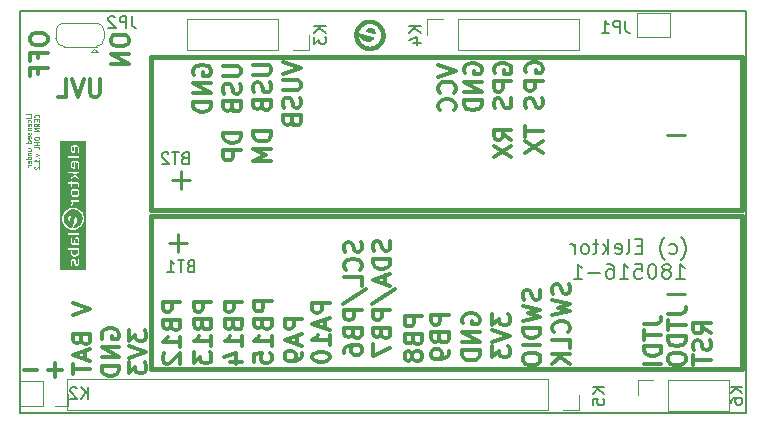
<source format=gbr>
G04 #@! TF.GenerationSoftware,KiCad,Pcbnew,(5.0.2)-1*
G04 #@! TF.CreationDate,2019-11-27T09:51:45+01:00*
G04 #@! TF.ProjectId,LoRa_Tracker,4c6f5261-5f54-4726-9163-6b65722e6b69,rev?*
G04 #@! TF.SameCoordinates,Original*
G04 #@! TF.FileFunction,Legend,Bot*
G04 #@! TF.FilePolarity,Positive*
%FSLAX46Y46*%
G04 Gerber Fmt 4.6, Leading zero omitted, Abs format (unit mm)*
G04 Created by KiCad (PCBNEW (5.0.2)-1) date 27.11.2019 09:51:45*
%MOMM*%
%LPD*%
G01*
G04 APERTURE LIST*
%ADD10C,0.100000*%
%ADD11C,0.300000*%
%ADD12C,0.200000*%
%ADD13C,0.010000*%
%ADD14C,0.120000*%
%ADD15C,0.400000*%
%ADD16C,0.150000*%
%ADD17C,0.250000*%
G04 APERTURE END LIST*
D10*
X130958452Y-118942119D02*
X130958452Y-118751642D01*
X130558452Y-118751642D01*
X130958452Y-119075452D02*
X130691785Y-119075452D01*
X130558452Y-119075452D02*
X130577500Y-119056404D01*
X130596547Y-119075452D01*
X130577500Y-119094500D01*
X130558452Y-119075452D01*
X130596547Y-119075452D01*
X130939404Y-119437357D02*
X130958452Y-119399261D01*
X130958452Y-119323071D01*
X130939404Y-119284976D01*
X130920357Y-119265928D01*
X130882261Y-119246880D01*
X130767976Y-119246880D01*
X130729880Y-119265928D01*
X130710833Y-119284976D01*
X130691785Y-119323071D01*
X130691785Y-119399261D01*
X130710833Y-119437357D01*
X130939404Y-119761166D02*
X130958452Y-119723071D01*
X130958452Y-119646880D01*
X130939404Y-119608785D01*
X130901309Y-119589738D01*
X130748928Y-119589738D01*
X130710833Y-119608785D01*
X130691785Y-119646880D01*
X130691785Y-119723071D01*
X130710833Y-119761166D01*
X130748928Y-119780214D01*
X130787023Y-119780214D01*
X130825119Y-119589738D01*
X130691785Y-119951642D02*
X130958452Y-119951642D01*
X130729880Y-119951642D02*
X130710833Y-119970690D01*
X130691785Y-120008785D01*
X130691785Y-120065928D01*
X130710833Y-120104023D01*
X130748928Y-120123071D01*
X130958452Y-120123071D01*
X130939404Y-120294500D02*
X130958452Y-120332595D01*
X130958452Y-120408785D01*
X130939404Y-120446880D01*
X130901309Y-120465928D01*
X130882261Y-120465928D01*
X130844166Y-120446880D01*
X130825119Y-120408785D01*
X130825119Y-120351642D01*
X130806071Y-120313547D01*
X130767976Y-120294500D01*
X130748928Y-120294500D01*
X130710833Y-120313547D01*
X130691785Y-120351642D01*
X130691785Y-120408785D01*
X130710833Y-120446880D01*
X130939404Y-120789738D02*
X130958452Y-120751642D01*
X130958452Y-120675452D01*
X130939404Y-120637357D01*
X130901309Y-120618309D01*
X130748928Y-120618309D01*
X130710833Y-120637357D01*
X130691785Y-120675452D01*
X130691785Y-120751642D01*
X130710833Y-120789738D01*
X130748928Y-120808785D01*
X130787023Y-120808785D01*
X130825119Y-120618309D01*
X130958452Y-121151642D02*
X130558452Y-121151642D01*
X130939404Y-121151642D02*
X130958452Y-121113547D01*
X130958452Y-121037357D01*
X130939404Y-120999261D01*
X130920357Y-120980214D01*
X130882261Y-120961166D01*
X130767976Y-120961166D01*
X130729880Y-120980214D01*
X130710833Y-120999261D01*
X130691785Y-121037357D01*
X130691785Y-121113547D01*
X130710833Y-121151642D01*
X130691785Y-121818309D02*
X130958452Y-121818309D01*
X130691785Y-121646880D02*
X130901309Y-121646880D01*
X130939404Y-121665928D01*
X130958452Y-121704023D01*
X130958452Y-121761166D01*
X130939404Y-121799261D01*
X130920357Y-121818309D01*
X130691785Y-122008785D02*
X130958452Y-122008785D01*
X130729880Y-122008785D02*
X130710833Y-122027833D01*
X130691785Y-122065928D01*
X130691785Y-122123071D01*
X130710833Y-122161166D01*
X130748928Y-122180214D01*
X130958452Y-122180214D01*
X130958452Y-122542119D02*
X130558452Y-122542119D01*
X130939404Y-122542119D02*
X130958452Y-122504023D01*
X130958452Y-122427833D01*
X130939404Y-122389738D01*
X130920357Y-122370690D01*
X130882261Y-122351642D01*
X130767976Y-122351642D01*
X130729880Y-122370690D01*
X130710833Y-122389738D01*
X130691785Y-122427833D01*
X130691785Y-122504023D01*
X130710833Y-122542119D01*
X130939404Y-122884976D02*
X130958452Y-122846880D01*
X130958452Y-122770690D01*
X130939404Y-122732595D01*
X130901309Y-122713547D01*
X130748928Y-122713547D01*
X130710833Y-122732595D01*
X130691785Y-122770690D01*
X130691785Y-122846880D01*
X130710833Y-122884976D01*
X130748928Y-122904023D01*
X130787023Y-122904023D01*
X130825119Y-122713547D01*
X130958452Y-123075452D02*
X130691785Y-123075452D01*
X130767976Y-123075452D02*
X130729880Y-123094500D01*
X130710833Y-123113547D01*
X130691785Y-123151642D01*
X130691785Y-123189738D01*
X131620357Y-119018309D02*
X131639404Y-118999261D01*
X131658452Y-118942119D01*
X131658452Y-118904023D01*
X131639404Y-118846880D01*
X131601309Y-118808785D01*
X131563214Y-118789738D01*
X131487023Y-118770690D01*
X131429880Y-118770690D01*
X131353690Y-118789738D01*
X131315595Y-118808785D01*
X131277500Y-118846880D01*
X131258452Y-118904023D01*
X131258452Y-118942119D01*
X131277500Y-118999261D01*
X131296547Y-119018309D01*
X131448928Y-119189738D02*
X131448928Y-119323071D01*
X131658452Y-119380214D02*
X131658452Y-119189738D01*
X131258452Y-119189738D01*
X131258452Y-119380214D01*
X131658452Y-119780214D02*
X131467976Y-119646880D01*
X131658452Y-119551642D02*
X131258452Y-119551642D01*
X131258452Y-119704023D01*
X131277500Y-119742119D01*
X131296547Y-119761166D01*
X131334642Y-119780214D01*
X131391785Y-119780214D01*
X131429880Y-119761166D01*
X131448928Y-119742119D01*
X131467976Y-119704023D01*
X131467976Y-119551642D01*
X131658452Y-119951642D02*
X131258452Y-119951642D01*
X131658452Y-120180214D01*
X131258452Y-120180214D01*
X131258452Y-120751642D02*
X131258452Y-120827833D01*
X131277500Y-120865928D01*
X131315595Y-120904023D01*
X131391785Y-120923071D01*
X131525119Y-120923071D01*
X131601309Y-120904023D01*
X131639404Y-120865928D01*
X131658452Y-120827833D01*
X131658452Y-120751642D01*
X131639404Y-120713547D01*
X131601309Y-120675452D01*
X131525119Y-120656404D01*
X131391785Y-120656404D01*
X131315595Y-120675452D01*
X131277500Y-120713547D01*
X131258452Y-120751642D01*
X131658452Y-121094500D02*
X131258452Y-121094500D01*
X131448928Y-121094500D02*
X131448928Y-121323071D01*
X131658452Y-121323071D02*
X131258452Y-121323071D01*
X131658452Y-121704023D02*
X131658452Y-121513547D01*
X131258452Y-121513547D01*
X131391785Y-122104023D02*
X131658452Y-122199261D01*
X131391785Y-122294500D01*
X131620357Y-122446880D02*
X131639404Y-122465928D01*
X131658452Y-122446880D01*
X131639404Y-122427833D01*
X131620357Y-122446880D01*
X131658452Y-122446880D01*
X131658452Y-122846880D02*
X131658452Y-122618309D01*
X131658452Y-122732595D02*
X131258452Y-122732595D01*
X131315595Y-122694500D01*
X131353690Y-122656404D01*
X131372738Y-122618309D01*
X131620357Y-123018309D02*
X131639404Y-123037357D01*
X131658452Y-123018309D01*
X131639404Y-122999261D01*
X131620357Y-123018309D01*
X131658452Y-123018309D01*
X131296547Y-123189738D02*
X131277500Y-123208785D01*
X131258452Y-123246880D01*
X131258452Y-123342119D01*
X131277500Y-123380214D01*
X131296547Y-123399261D01*
X131334642Y-123418309D01*
X131372738Y-123418309D01*
X131429880Y-123399261D01*
X131658452Y-123170690D01*
X131658452Y-123418309D01*
D11*
X136806571Y-115764571D02*
X136806571Y-116978857D01*
X136735142Y-117121714D01*
X136663714Y-117193142D01*
X136520857Y-117264571D01*
X136235142Y-117264571D01*
X136092285Y-117193142D01*
X136020857Y-117121714D01*
X135949428Y-116978857D01*
X135949428Y-115764571D01*
X135449428Y-115764571D02*
X134949428Y-117264571D01*
X134449428Y-115764571D01*
X133235142Y-117264571D02*
X133949428Y-117264571D01*
X133949428Y-115764571D01*
D12*
X186044523Y-131068166D02*
X186104047Y-131008642D01*
X186223095Y-130830071D01*
X186282619Y-130711023D01*
X186342142Y-130532452D01*
X186401666Y-130234833D01*
X186401666Y-129996738D01*
X186342142Y-129699119D01*
X186282619Y-129520547D01*
X186223095Y-129401500D01*
X186104047Y-129222928D01*
X186044523Y-129163404D01*
X185032619Y-130532452D02*
X185151666Y-130591976D01*
X185389761Y-130591976D01*
X185508809Y-130532452D01*
X185568333Y-130472928D01*
X185627857Y-130353880D01*
X185627857Y-129996738D01*
X185568333Y-129877690D01*
X185508809Y-129818166D01*
X185389761Y-129758642D01*
X185151666Y-129758642D01*
X185032619Y-129818166D01*
X184615952Y-131068166D02*
X184556428Y-131008642D01*
X184437380Y-130830071D01*
X184377857Y-130711023D01*
X184318333Y-130532452D01*
X184258809Y-130234833D01*
X184258809Y-129996738D01*
X184318333Y-129699119D01*
X184377857Y-129520547D01*
X184437380Y-129401500D01*
X184556428Y-129222928D01*
X184615952Y-129163404D01*
X182711190Y-129937214D02*
X182294523Y-129937214D01*
X182115952Y-130591976D02*
X182711190Y-130591976D01*
X182711190Y-129341976D01*
X182115952Y-129341976D01*
X181401666Y-130591976D02*
X181520714Y-130532452D01*
X181580238Y-130413404D01*
X181580238Y-129341976D01*
X180449285Y-130532452D02*
X180568333Y-130591976D01*
X180806428Y-130591976D01*
X180925476Y-130532452D01*
X180985000Y-130413404D01*
X180985000Y-129937214D01*
X180925476Y-129818166D01*
X180806428Y-129758642D01*
X180568333Y-129758642D01*
X180449285Y-129818166D01*
X180389761Y-129937214D01*
X180389761Y-130056261D01*
X180985000Y-130175309D01*
X179854047Y-130591976D02*
X179854047Y-129341976D01*
X179735000Y-130115785D02*
X179377857Y-130591976D01*
X179377857Y-129758642D02*
X179854047Y-130234833D01*
X179020714Y-129758642D02*
X178544523Y-129758642D01*
X178842142Y-129341976D02*
X178842142Y-130413404D01*
X178782619Y-130532452D01*
X178663571Y-130591976D01*
X178544523Y-130591976D01*
X177949285Y-130591976D02*
X178068333Y-130532452D01*
X178127857Y-130472928D01*
X178187380Y-130353880D01*
X178187380Y-129996738D01*
X178127857Y-129877690D01*
X178068333Y-129818166D01*
X177949285Y-129758642D01*
X177770714Y-129758642D01*
X177651666Y-129818166D01*
X177592142Y-129877690D01*
X177532619Y-129996738D01*
X177532619Y-130353880D01*
X177592142Y-130472928D01*
X177651666Y-130532452D01*
X177770714Y-130591976D01*
X177949285Y-130591976D01*
X176996904Y-130591976D02*
X176996904Y-129758642D01*
X176996904Y-129996738D02*
X176937380Y-129877690D01*
X176877857Y-129818166D01*
X176758809Y-129758642D01*
X176639761Y-129758642D01*
X185598095Y-132666976D02*
X186312380Y-132666976D01*
X185955238Y-132666976D02*
X185955238Y-131416976D01*
X186074285Y-131595547D01*
X186193333Y-131714595D01*
X186312380Y-131774119D01*
X184883809Y-131952690D02*
X185002857Y-131893166D01*
X185062380Y-131833642D01*
X185121904Y-131714595D01*
X185121904Y-131655071D01*
X185062380Y-131536023D01*
X185002857Y-131476500D01*
X184883809Y-131416976D01*
X184645714Y-131416976D01*
X184526666Y-131476500D01*
X184467142Y-131536023D01*
X184407619Y-131655071D01*
X184407619Y-131714595D01*
X184467142Y-131833642D01*
X184526666Y-131893166D01*
X184645714Y-131952690D01*
X184883809Y-131952690D01*
X185002857Y-132012214D01*
X185062380Y-132071738D01*
X185121904Y-132190785D01*
X185121904Y-132428880D01*
X185062380Y-132547928D01*
X185002857Y-132607452D01*
X184883809Y-132666976D01*
X184645714Y-132666976D01*
X184526666Y-132607452D01*
X184467142Y-132547928D01*
X184407619Y-132428880D01*
X184407619Y-132190785D01*
X184467142Y-132071738D01*
X184526666Y-132012214D01*
X184645714Y-131952690D01*
X183633809Y-131416976D02*
X183514761Y-131416976D01*
X183395714Y-131476500D01*
X183336190Y-131536023D01*
X183276666Y-131655071D01*
X183217142Y-131893166D01*
X183217142Y-132190785D01*
X183276666Y-132428880D01*
X183336190Y-132547928D01*
X183395714Y-132607452D01*
X183514761Y-132666976D01*
X183633809Y-132666976D01*
X183752857Y-132607452D01*
X183812380Y-132547928D01*
X183871904Y-132428880D01*
X183931428Y-132190785D01*
X183931428Y-131893166D01*
X183871904Y-131655071D01*
X183812380Y-131536023D01*
X183752857Y-131476500D01*
X183633809Y-131416976D01*
X182086190Y-131416976D02*
X182681428Y-131416976D01*
X182740952Y-132012214D01*
X182681428Y-131952690D01*
X182562380Y-131893166D01*
X182264761Y-131893166D01*
X182145714Y-131952690D01*
X182086190Y-132012214D01*
X182026666Y-132131261D01*
X182026666Y-132428880D01*
X182086190Y-132547928D01*
X182145714Y-132607452D01*
X182264761Y-132666976D01*
X182562380Y-132666976D01*
X182681428Y-132607452D01*
X182740952Y-132547928D01*
X180836190Y-132666976D02*
X181550476Y-132666976D01*
X181193333Y-132666976D02*
X181193333Y-131416976D01*
X181312380Y-131595547D01*
X181431428Y-131714595D01*
X181550476Y-131774119D01*
X179764761Y-131416976D02*
X180002857Y-131416976D01*
X180121904Y-131476500D01*
X180181428Y-131536023D01*
X180300476Y-131714595D01*
X180360000Y-131952690D01*
X180360000Y-132428880D01*
X180300476Y-132547928D01*
X180240952Y-132607452D01*
X180121904Y-132666976D01*
X179883809Y-132666976D01*
X179764761Y-132607452D01*
X179705238Y-132547928D01*
X179645714Y-132428880D01*
X179645714Y-132131261D01*
X179705238Y-132012214D01*
X179764761Y-131952690D01*
X179883809Y-131893166D01*
X180121904Y-131893166D01*
X180240952Y-131952690D01*
X180300476Y-132012214D01*
X180360000Y-132131261D01*
X179110000Y-132190785D02*
X178157619Y-132190785D01*
X176907619Y-132666976D02*
X177621904Y-132666976D01*
X177264761Y-132666976D02*
X177264761Y-131416976D01*
X177383809Y-131595547D01*
X177502857Y-131714595D01*
X177621904Y-131774119D01*
D11*
X130877571Y-112236428D02*
X130877571Y-112522142D01*
X130949000Y-112665000D01*
X131091857Y-112807857D01*
X131377571Y-112879285D01*
X131877571Y-112879285D01*
X132163285Y-112807857D01*
X132306142Y-112665000D01*
X132377571Y-112522142D01*
X132377571Y-112236428D01*
X132306142Y-112093571D01*
X132163285Y-111950714D01*
X131877571Y-111879285D01*
X131377571Y-111879285D01*
X131091857Y-111950714D01*
X130949000Y-112093571D01*
X130877571Y-112236428D01*
X131591857Y-114022142D02*
X131591857Y-113522142D01*
X132377571Y-113522142D02*
X130877571Y-113522142D01*
X130877571Y-114236428D01*
X131591857Y-115307857D02*
X131591857Y-114807857D01*
X132377571Y-114807857D02*
X130877571Y-114807857D01*
X130877571Y-115522142D01*
X137735571Y-112355428D02*
X137735571Y-112641142D01*
X137807000Y-112784000D01*
X137949857Y-112926857D01*
X138235571Y-112998285D01*
X138735571Y-112998285D01*
X139021285Y-112926857D01*
X139164142Y-112784000D01*
X139235571Y-112641142D01*
X139235571Y-112355428D01*
X139164142Y-112212571D01*
X139021285Y-112069714D01*
X138735571Y-111998285D01*
X138235571Y-111998285D01*
X137949857Y-112069714D01*
X137807000Y-112212571D01*
X137735571Y-112355428D01*
X139235571Y-113641142D02*
X137735571Y-113641142D01*
X139235571Y-114498285D01*
X137735571Y-114498285D01*
X134509771Y-134708485D02*
X136009771Y-135208485D01*
X134509771Y-135708485D01*
X135224057Y-137851342D02*
X135295485Y-138065628D01*
X135366914Y-138137057D01*
X135509771Y-138208485D01*
X135724057Y-138208485D01*
X135866914Y-138137057D01*
X135938342Y-138065628D01*
X136009771Y-137922771D01*
X136009771Y-137351342D01*
X134509771Y-137351342D01*
X134509771Y-137851342D01*
X134581200Y-137994200D01*
X134652628Y-138065628D01*
X134795485Y-138137057D01*
X134938342Y-138137057D01*
X135081200Y-138065628D01*
X135152628Y-137994200D01*
X135224057Y-137851342D01*
X135224057Y-137351342D01*
X135581200Y-138779914D02*
X135581200Y-139494200D01*
X136009771Y-138637057D02*
X134509771Y-139137057D01*
X136009771Y-139637057D01*
X134509771Y-139922771D02*
X134509771Y-140779914D01*
X136009771Y-140351342D02*
X134509771Y-140351342D01*
X143629771Y-134639371D02*
X142129771Y-134639371D01*
X142129771Y-135210800D01*
X142201200Y-135353657D01*
X142272628Y-135425085D01*
X142415485Y-135496514D01*
X142629771Y-135496514D01*
X142772628Y-135425085D01*
X142844057Y-135353657D01*
X142915485Y-135210800D01*
X142915485Y-134639371D01*
X142844057Y-136639371D02*
X142915485Y-136853657D01*
X142986914Y-136925085D01*
X143129771Y-136996514D01*
X143344057Y-136996514D01*
X143486914Y-136925085D01*
X143558342Y-136853657D01*
X143629771Y-136710800D01*
X143629771Y-136139371D01*
X142129771Y-136139371D01*
X142129771Y-136639371D01*
X142201200Y-136782228D01*
X142272628Y-136853657D01*
X142415485Y-136925085D01*
X142558342Y-136925085D01*
X142701200Y-136853657D01*
X142772628Y-136782228D01*
X142844057Y-136639371D01*
X142844057Y-136139371D01*
X143629771Y-138425085D02*
X143629771Y-137567942D01*
X143629771Y-137996514D02*
X142129771Y-137996514D01*
X142344057Y-137853657D01*
X142486914Y-137710800D01*
X142558342Y-137567942D01*
X142272628Y-138996514D02*
X142201200Y-139067942D01*
X142129771Y-139210800D01*
X142129771Y-139567942D01*
X142201200Y-139710800D01*
X142272628Y-139782228D01*
X142415485Y-139853657D01*
X142558342Y-139853657D01*
X142772628Y-139782228D01*
X143629771Y-138925085D01*
X143629771Y-139853657D01*
X146245971Y-134613971D02*
X144745971Y-134613971D01*
X144745971Y-135185400D01*
X144817400Y-135328257D01*
X144888828Y-135399685D01*
X145031685Y-135471114D01*
X145245971Y-135471114D01*
X145388828Y-135399685D01*
X145460257Y-135328257D01*
X145531685Y-135185400D01*
X145531685Y-134613971D01*
X145460257Y-136613971D02*
X145531685Y-136828257D01*
X145603114Y-136899685D01*
X145745971Y-136971114D01*
X145960257Y-136971114D01*
X146103114Y-136899685D01*
X146174542Y-136828257D01*
X146245971Y-136685400D01*
X146245971Y-136113971D01*
X144745971Y-136113971D01*
X144745971Y-136613971D01*
X144817400Y-136756828D01*
X144888828Y-136828257D01*
X145031685Y-136899685D01*
X145174542Y-136899685D01*
X145317400Y-136828257D01*
X145388828Y-136756828D01*
X145460257Y-136613971D01*
X145460257Y-136113971D01*
X146245971Y-138399685D02*
X146245971Y-137542542D01*
X146245971Y-137971114D02*
X144745971Y-137971114D01*
X144960257Y-137828257D01*
X145103114Y-137685400D01*
X145174542Y-137542542D01*
X144745971Y-138899685D02*
X144745971Y-139828257D01*
X145317400Y-139328257D01*
X145317400Y-139542542D01*
X145388828Y-139685400D01*
X145460257Y-139756828D01*
X145603114Y-139828257D01*
X145960257Y-139828257D01*
X146103114Y-139756828D01*
X146174542Y-139685400D01*
X146245971Y-139542542D01*
X146245971Y-139113971D01*
X146174542Y-138971114D01*
X146103114Y-138899685D01*
X148862171Y-134613971D02*
X147362171Y-134613971D01*
X147362171Y-135185400D01*
X147433600Y-135328257D01*
X147505028Y-135399685D01*
X147647885Y-135471114D01*
X147862171Y-135471114D01*
X148005028Y-135399685D01*
X148076457Y-135328257D01*
X148147885Y-135185400D01*
X148147885Y-134613971D01*
X148076457Y-136613971D02*
X148147885Y-136828257D01*
X148219314Y-136899685D01*
X148362171Y-136971114D01*
X148576457Y-136971114D01*
X148719314Y-136899685D01*
X148790742Y-136828257D01*
X148862171Y-136685400D01*
X148862171Y-136113971D01*
X147362171Y-136113971D01*
X147362171Y-136613971D01*
X147433600Y-136756828D01*
X147505028Y-136828257D01*
X147647885Y-136899685D01*
X147790742Y-136899685D01*
X147933600Y-136828257D01*
X148005028Y-136756828D01*
X148076457Y-136613971D01*
X148076457Y-136113971D01*
X148862171Y-138399685D02*
X148862171Y-137542542D01*
X148862171Y-137971114D02*
X147362171Y-137971114D01*
X147576457Y-137828257D01*
X147719314Y-137685400D01*
X147790742Y-137542542D01*
X147862171Y-139685400D02*
X148862171Y-139685400D01*
X147290742Y-139328257D02*
X148362171Y-138971114D01*
X148362171Y-139899685D01*
X151351371Y-134588571D02*
X149851371Y-134588571D01*
X149851371Y-135160000D01*
X149922800Y-135302857D01*
X149994228Y-135374285D01*
X150137085Y-135445714D01*
X150351371Y-135445714D01*
X150494228Y-135374285D01*
X150565657Y-135302857D01*
X150637085Y-135160000D01*
X150637085Y-134588571D01*
X150565657Y-136588571D02*
X150637085Y-136802857D01*
X150708514Y-136874285D01*
X150851371Y-136945714D01*
X151065657Y-136945714D01*
X151208514Y-136874285D01*
X151279942Y-136802857D01*
X151351371Y-136660000D01*
X151351371Y-136088571D01*
X149851371Y-136088571D01*
X149851371Y-136588571D01*
X149922800Y-136731428D01*
X149994228Y-136802857D01*
X150137085Y-136874285D01*
X150279942Y-136874285D01*
X150422800Y-136802857D01*
X150494228Y-136731428D01*
X150565657Y-136588571D01*
X150565657Y-136088571D01*
X151351371Y-138374285D02*
X151351371Y-137517142D01*
X151351371Y-137945714D02*
X149851371Y-137945714D01*
X150065657Y-137802857D01*
X150208514Y-137660000D01*
X150279942Y-137517142D01*
X149851371Y-139731428D02*
X149851371Y-139017142D01*
X150565657Y-138945714D01*
X150494228Y-139017142D01*
X150422800Y-139160000D01*
X150422800Y-139517142D01*
X150494228Y-139660000D01*
X150565657Y-139731428D01*
X150708514Y-139802857D01*
X151065657Y-139802857D01*
X151208514Y-139731428D01*
X151279942Y-139660000D01*
X151351371Y-139517142D01*
X151351371Y-139160000D01*
X151279942Y-139017142D01*
X151208514Y-138945714D01*
X153942171Y-136070400D02*
X152442171Y-136070400D01*
X152442171Y-136641828D01*
X152513600Y-136784685D01*
X152585028Y-136856114D01*
X152727885Y-136927542D01*
X152942171Y-136927542D01*
X153085028Y-136856114D01*
X153156457Y-136784685D01*
X153227885Y-136641828D01*
X153227885Y-136070400D01*
X153513600Y-137498971D02*
X153513600Y-138213257D01*
X153942171Y-137356114D02*
X152442171Y-137856114D01*
X153942171Y-138356114D01*
X153942171Y-138927542D02*
X153942171Y-139213257D01*
X153870742Y-139356114D01*
X153799314Y-139427542D01*
X153585028Y-139570400D01*
X153299314Y-139641828D01*
X152727885Y-139641828D01*
X152585028Y-139570400D01*
X152513600Y-139498971D01*
X152442171Y-139356114D01*
X152442171Y-139070400D01*
X152513600Y-138927542D01*
X152585028Y-138856114D01*
X152727885Y-138784685D01*
X153085028Y-138784685D01*
X153227885Y-138856114D01*
X153299314Y-138927542D01*
X153370742Y-139070400D01*
X153370742Y-139356114D01*
X153299314Y-139498971D01*
X153227885Y-139570400D01*
X153085028Y-139641828D01*
X156304371Y-134721114D02*
X154804371Y-134721114D01*
X154804371Y-135292542D01*
X154875800Y-135435400D01*
X154947228Y-135506828D01*
X155090085Y-135578257D01*
X155304371Y-135578257D01*
X155447228Y-135506828D01*
X155518657Y-135435400D01*
X155590085Y-135292542D01*
X155590085Y-134721114D01*
X155875800Y-136149685D02*
X155875800Y-136863971D01*
X156304371Y-136006828D02*
X154804371Y-136506828D01*
X156304371Y-137006828D01*
X156304371Y-138292542D02*
X156304371Y-137435400D01*
X156304371Y-137863971D02*
X154804371Y-137863971D01*
X155018657Y-137721114D01*
X155161514Y-137578257D01*
X155232942Y-137435400D01*
X154804371Y-139221114D02*
X154804371Y-139363971D01*
X154875800Y-139506828D01*
X154947228Y-139578257D01*
X155090085Y-139649685D01*
X155375800Y-139721114D01*
X155732942Y-139721114D01*
X156018657Y-139649685D01*
X156161514Y-139578257D01*
X156232942Y-139506828D01*
X156304371Y-139363971D01*
X156304371Y-139221114D01*
X156232942Y-139078257D01*
X156161514Y-139006828D01*
X156018657Y-138935400D01*
X155732942Y-138863971D01*
X155375800Y-138863971D01*
X155090085Y-138935400D01*
X154947228Y-139006828D01*
X154875800Y-139078257D01*
X154804371Y-139221114D01*
X158925342Y-129554885D02*
X158996771Y-129769171D01*
X158996771Y-130126314D01*
X158925342Y-130269171D01*
X158853914Y-130340600D01*
X158711057Y-130412028D01*
X158568200Y-130412028D01*
X158425342Y-130340600D01*
X158353914Y-130269171D01*
X158282485Y-130126314D01*
X158211057Y-129840600D01*
X158139628Y-129697742D01*
X158068200Y-129626314D01*
X157925342Y-129554885D01*
X157782485Y-129554885D01*
X157639628Y-129626314D01*
X157568200Y-129697742D01*
X157496771Y-129840600D01*
X157496771Y-130197742D01*
X157568200Y-130412028D01*
X158853914Y-131912028D02*
X158925342Y-131840600D01*
X158996771Y-131626314D01*
X158996771Y-131483457D01*
X158925342Y-131269171D01*
X158782485Y-131126314D01*
X158639628Y-131054885D01*
X158353914Y-130983457D01*
X158139628Y-130983457D01*
X157853914Y-131054885D01*
X157711057Y-131126314D01*
X157568200Y-131269171D01*
X157496771Y-131483457D01*
X157496771Y-131626314D01*
X157568200Y-131840600D01*
X157639628Y-131912028D01*
X158996771Y-133269171D02*
X158996771Y-132554885D01*
X157496771Y-132554885D01*
X157425342Y-134840600D02*
X159353914Y-133554885D01*
X158996771Y-135340600D02*
X157496771Y-135340600D01*
X157496771Y-135912028D01*
X157568200Y-136054885D01*
X157639628Y-136126314D01*
X157782485Y-136197742D01*
X157996771Y-136197742D01*
X158139628Y-136126314D01*
X158211057Y-136054885D01*
X158282485Y-135912028D01*
X158282485Y-135340600D01*
X158211057Y-137340600D02*
X158282485Y-137554885D01*
X158353914Y-137626314D01*
X158496771Y-137697742D01*
X158711057Y-137697742D01*
X158853914Y-137626314D01*
X158925342Y-137554885D01*
X158996771Y-137412028D01*
X158996771Y-136840600D01*
X157496771Y-136840600D01*
X157496771Y-137340600D01*
X157568200Y-137483457D01*
X157639628Y-137554885D01*
X157782485Y-137626314D01*
X157925342Y-137626314D01*
X158068200Y-137554885D01*
X158139628Y-137483457D01*
X158211057Y-137340600D01*
X158211057Y-136840600D01*
X157496771Y-138983457D02*
X157496771Y-138697742D01*
X157568200Y-138554885D01*
X157639628Y-138483457D01*
X157853914Y-138340600D01*
X158139628Y-138269171D01*
X158711057Y-138269171D01*
X158853914Y-138340600D01*
X158925342Y-138412028D01*
X158996771Y-138554885D01*
X158996771Y-138840600D01*
X158925342Y-138983457D01*
X158853914Y-139054885D01*
X158711057Y-139126314D01*
X158353914Y-139126314D01*
X158211057Y-139054885D01*
X158139628Y-138983457D01*
X158068200Y-138840600D01*
X158068200Y-138554885D01*
X158139628Y-138412028D01*
X158211057Y-138340600D01*
X158353914Y-138269171D01*
X161338342Y-129468371D02*
X161409771Y-129682657D01*
X161409771Y-130039800D01*
X161338342Y-130182657D01*
X161266914Y-130254085D01*
X161124057Y-130325514D01*
X160981200Y-130325514D01*
X160838342Y-130254085D01*
X160766914Y-130182657D01*
X160695485Y-130039800D01*
X160624057Y-129754085D01*
X160552628Y-129611228D01*
X160481200Y-129539800D01*
X160338342Y-129468371D01*
X160195485Y-129468371D01*
X160052628Y-129539800D01*
X159981200Y-129611228D01*
X159909771Y-129754085D01*
X159909771Y-130111228D01*
X159981200Y-130325514D01*
X161409771Y-130968371D02*
X159909771Y-130968371D01*
X159909771Y-131325514D01*
X159981200Y-131539800D01*
X160124057Y-131682657D01*
X160266914Y-131754085D01*
X160552628Y-131825514D01*
X160766914Y-131825514D01*
X161052628Y-131754085D01*
X161195485Y-131682657D01*
X161338342Y-131539800D01*
X161409771Y-131325514D01*
X161409771Y-130968371D01*
X160981200Y-132396942D02*
X160981200Y-133111228D01*
X161409771Y-132254085D02*
X159909771Y-132754085D01*
X161409771Y-133254085D01*
X159838342Y-134825514D02*
X161766914Y-133539800D01*
X161409771Y-135325514D02*
X159909771Y-135325514D01*
X159909771Y-135896942D01*
X159981200Y-136039800D01*
X160052628Y-136111228D01*
X160195485Y-136182657D01*
X160409771Y-136182657D01*
X160552628Y-136111228D01*
X160624057Y-136039800D01*
X160695485Y-135896942D01*
X160695485Y-135325514D01*
X160624057Y-137325514D02*
X160695485Y-137539800D01*
X160766914Y-137611228D01*
X160909771Y-137682657D01*
X161124057Y-137682657D01*
X161266914Y-137611228D01*
X161338342Y-137539800D01*
X161409771Y-137396942D01*
X161409771Y-136825514D01*
X159909771Y-136825514D01*
X159909771Y-137325514D01*
X159981200Y-137468371D01*
X160052628Y-137539800D01*
X160195485Y-137611228D01*
X160338342Y-137611228D01*
X160481200Y-137539800D01*
X160552628Y-137468371D01*
X160624057Y-137325514D01*
X160624057Y-136825514D01*
X159909771Y-138182657D02*
X159909771Y-139182657D01*
X161409771Y-138539800D01*
X164102171Y-135861657D02*
X162602171Y-135861657D01*
X162602171Y-136433085D01*
X162673600Y-136575942D01*
X162745028Y-136647371D01*
X162887885Y-136718800D01*
X163102171Y-136718800D01*
X163245028Y-136647371D01*
X163316457Y-136575942D01*
X163387885Y-136433085D01*
X163387885Y-135861657D01*
X163316457Y-137861657D02*
X163387885Y-138075942D01*
X163459314Y-138147371D01*
X163602171Y-138218800D01*
X163816457Y-138218800D01*
X163959314Y-138147371D01*
X164030742Y-138075942D01*
X164102171Y-137933085D01*
X164102171Y-137361657D01*
X162602171Y-137361657D01*
X162602171Y-137861657D01*
X162673600Y-138004514D01*
X162745028Y-138075942D01*
X162887885Y-138147371D01*
X163030742Y-138147371D01*
X163173600Y-138075942D01*
X163245028Y-138004514D01*
X163316457Y-137861657D01*
X163316457Y-137361657D01*
X163245028Y-139075942D02*
X163173600Y-138933085D01*
X163102171Y-138861657D01*
X162959314Y-138790228D01*
X162887885Y-138790228D01*
X162745028Y-138861657D01*
X162673600Y-138933085D01*
X162602171Y-139075942D01*
X162602171Y-139361657D01*
X162673600Y-139504514D01*
X162745028Y-139575942D01*
X162887885Y-139647371D01*
X162959314Y-139647371D01*
X163102171Y-139575942D01*
X163173600Y-139504514D01*
X163245028Y-139361657D01*
X163245028Y-139075942D01*
X163316457Y-138933085D01*
X163387885Y-138861657D01*
X163530742Y-138790228D01*
X163816457Y-138790228D01*
X163959314Y-138861657D01*
X164030742Y-138933085D01*
X164102171Y-139075942D01*
X164102171Y-139361657D01*
X164030742Y-139504514D01*
X163959314Y-139575942D01*
X163816457Y-139647371D01*
X163530742Y-139647371D01*
X163387885Y-139575942D01*
X163316457Y-139504514D01*
X163245028Y-139361657D01*
X166337371Y-135709257D02*
X164837371Y-135709257D01*
X164837371Y-136280685D01*
X164908800Y-136423542D01*
X164980228Y-136494971D01*
X165123085Y-136566400D01*
X165337371Y-136566400D01*
X165480228Y-136494971D01*
X165551657Y-136423542D01*
X165623085Y-136280685D01*
X165623085Y-135709257D01*
X165551657Y-137709257D02*
X165623085Y-137923542D01*
X165694514Y-137994971D01*
X165837371Y-138066400D01*
X166051657Y-138066400D01*
X166194514Y-137994971D01*
X166265942Y-137923542D01*
X166337371Y-137780685D01*
X166337371Y-137209257D01*
X164837371Y-137209257D01*
X164837371Y-137709257D01*
X164908800Y-137852114D01*
X164980228Y-137923542D01*
X165123085Y-137994971D01*
X165265942Y-137994971D01*
X165408800Y-137923542D01*
X165480228Y-137852114D01*
X165551657Y-137709257D01*
X165551657Y-137209257D01*
X166337371Y-138780685D02*
X166337371Y-139066400D01*
X166265942Y-139209257D01*
X166194514Y-139280685D01*
X165980228Y-139423542D01*
X165694514Y-139494971D01*
X165123085Y-139494971D01*
X164980228Y-139423542D01*
X164908800Y-139352114D01*
X164837371Y-139209257D01*
X164837371Y-138923542D01*
X164908800Y-138780685D01*
X164980228Y-138709257D01*
X165123085Y-138637828D01*
X165480228Y-138637828D01*
X165623085Y-138709257D01*
X165694514Y-138780685D01*
X165765942Y-138923542D01*
X165765942Y-139209257D01*
X165694514Y-139352114D01*
X165623085Y-139423542D01*
X165480228Y-139494971D01*
X188536971Y-137303771D02*
X187822685Y-136803771D01*
X188536971Y-136446628D02*
X187036971Y-136446628D01*
X187036971Y-137018057D01*
X187108400Y-137160914D01*
X187179828Y-137232342D01*
X187322685Y-137303771D01*
X187536971Y-137303771D01*
X187679828Y-137232342D01*
X187751257Y-137160914D01*
X187822685Y-137018057D01*
X187822685Y-136446628D01*
X188465542Y-137875200D02*
X188536971Y-138089485D01*
X188536971Y-138446628D01*
X188465542Y-138589485D01*
X188394114Y-138660914D01*
X188251257Y-138732342D01*
X188108400Y-138732342D01*
X187965542Y-138660914D01*
X187894114Y-138589485D01*
X187822685Y-138446628D01*
X187751257Y-138160914D01*
X187679828Y-138018057D01*
X187608400Y-137946628D01*
X187465542Y-137875200D01*
X187322685Y-137875200D01*
X187179828Y-137946628D01*
X187108400Y-138018057D01*
X187036971Y-138160914D01*
X187036971Y-138518057D01*
X187108400Y-138732342D01*
X187036971Y-139160914D02*
X187036971Y-140018057D01*
X188536971Y-139589485D02*
X187036971Y-139589485D01*
X184903371Y-135673542D02*
X185974800Y-135673542D01*
X186189085Y-135602114D01*
X186331942Y-135459257D01*
X186403371Y-135244971D01*
X186403371Y-135102114D01*
X184903371Y-136173542D02*
X184903371Y-137030685D01*
X186403371Y-136602114D02*
X184903371Y-136602114D01*
X186403371Y-137530685D02*
X184903371Y-137530685D01*
X184903371Y-137887828D01*
X184974800Y-138102114D01*
X185117657Y-138244971D01*
X185260514Y-138316400D01*
X185546228Y-138387828D01*
X185760514Y-138387828D01*
X186046228Y-138316400D01*
X186189085Y-138244971D01*
X186331942Y-138102114D01*
X186403371Y-137887828D01*
X186403371Y-137530685D01*
X184903371Y-139316400D02*
X184903371Y-139602114D01*
X184974800Y-139744971D01*
X185117657Y-139887828D01*
X185403371Y-139959257D01*
X185903371Y-139959257D01*
X186189085Y-139887828D01*
X186331942Y-139744971D01*
X186403371Y-139602114D01*
X186403371Y-139316400D01*
X186331942Y-139173542D01*
X186189085Y-139030685D01*
X185903371Y-138959257D01*
X185403371Y-138959257D01*
X185117657Y-139030685D01*
X184974800Y-139173542D01*
X184903371Y-139316400D01*
X182845971Y-136508514D02*
X183917400Y-136508514D01*
X184131685Y-136437085D01*
X184274542Y-136294228D01*
X184345971Y-136079942D01*
X184345971Y-135937085D01*
X182845971Y-137008514D02*
X182845971Y-137865657D01*
X184345971Y-137437085D02*
X182845971Y-137437085D01*
X184345971Y-138365657D02*
X182845971Y-138365657D01*
X182845971Y-138722800D01*
X182917400Y-138937085D01*
X183060257Y-139079942D01*
X183203114Y-139151371D01*
X183488828Y-139222800D01*
X183703114Y-139222800D01*
X183988828Y-139151371D01*
X184131685Y-139079942D01*
X184274542Y-138937085D01*
X184345971Y-138722800D01*
X184345971Y-138365657D01*
X184345971Y-139865657D02*
X182845971Y-139865657D01*
X176552942Y-133132142D02*
X176624371Y-133346428D01*
X176624371Y-133703571D01*
X176552942Y-133846428D01*
X176481514Y-133917857D01*
X176338657Y-133989285D01*
X176195800Y-133989285D01*
X176052942Y-133917857D01*
X175981514Y-133846428D01*
X175910085Y-133703571D01*
X175838657Y-133417857D01*
X175767228Y-133275000D01*
X175695800Y-133203571D01*
X175552942Y-133132142D01*
X175410085Y-133132142D01*
X175267228Y-133203571D01*
X175195800Y-133275000D01*
X175124371Y-133417857D01*
X175124371Y-133775000D01*
X175195800Y-133989285D01*
X175124371Y-134489285D02*
X176624371Y-134846428D01*
X175552942Y-135132142D01*
X176624371Y-135417857D01*
X175124371Y-135775000D01*
X176481514Y-137203571D02*
X176552942Y-137132142D01*
X176624371Y-136917857D01*
X176624371Y-136775000D01*
X176552942Y-136560714D01*
X176410085Y-136417857D01*
X176267228Y-136346428D01*
X175981514Y-136275000D01*
X175767228Y-136275000D01*
X175481514Y-136346428D01*
X175338657Y-136417857D01*
X175195800Y-136560714D01*
X175124371Y-136775000D01*
X175124371Y-136917857D01*
X175195800Y-137132142D01*
X175267228Y-137203571D01*
X176624371Y-138560714D02*
X176624371Y-137846428D01*
X175124371Y-137846428D01*
X176624371Y-139060714D02*
X175124371Y-139060714D01*
X176624371Y-139917857D02*
X175767228Y-139275000D01*
X175124371Y-139917857D02*
X175981514Y-139060714D01*
X174038342Y-133600428D02*
X174109771Y-133814714D01*
X174109771Y-134171857D01*
X174038342Y-134314714D01*
X173966914Y-134386142D01*
X173824057Y-134457571D01*
X173681200Y-134457571D01*
X173538342Y-134386142D01*
X173466914Y-134314714D01*
X173395485Y-134171857D01*
X173324057Y-133886142D01*
X173252628Y-133743285D01*
X173181200Y-133671857D01*
X173038342Y-133600428D01*
X172895485Y-133600428D01*
X172752628Y-133671857D01*
X172681200Y-133743285D01*
X172609771Y-133886142D01*
X172609771Y-134243285D01*
X172681200Y-134457571D01*
X172609771Y-134957571D02*
X174109771Y-135314714D01*
X173038342Y-135600428D01*
X174109771Y-135886142D01*
X172609771Y-136243285D01*
X174109771Y-136814714D02*
X172609771Y-136814714D01*
X172609771Y-137171857D01*
X172681200Y-137386142D01*
X172824057Y-137529000D01*
X172966914Y-137600428D01*
X173252628Y-137671857D01*
X173466914Y-137671857D01*
X173752628Y-137600428D01*
X173895485Y-137529000D01*
X174038342Y-137386142D01*
X174109771Y-137171857D01*
X174109771Y-136814714D01*
X174109771Y-138314714D02*
X172609771Y-138314714D01*
X172609771Y-139314714D02*
X172609771Y-139600428D01*
X172681200Y-139743285D01*
X172824057Y-139886142D01*
X173109771Y-139957571D01*
X173609771Y-139957571D01*
X173895485Y-139886142D01*
X174038342Y-139743285D01*
X174109771Y-139600428D01*
X174109771Y-139314714D01*
X174038342Y-139171857D01*
X173895485Y-139029000D01*
X173609771Y-138957571D01*
X173109771Y-138957571D01*
X172824057Y-139029000D01*
X172681200Y-139171857D01*
X172609771Y-139314714D01*
X170044371Y-135683857D02*
X170044371Y-136612428D01*
X170615800Y-136112428D01*
X170615800Y-136326714D01*
X170687228Y-136469571D01*
X170758657Y-136541000D01*
X170901514Y-136612428D01*
X171258657Y-136612428D01*
X171401514Y-136541000D01*
X171472942Y-136469571D01*
X171544371Y-136326714D01*
X171544371Y-135898142D01*
X171472942Y-135755285D01*
X171401514Y-135683857D01*
X170044371Y-137041000D02*
X171544371Y-137541000D01*
X170044371Y-138041000D01*
X170044371Y-138398142D02*
X170044371Y-139326714D01*
X170615800Y-138826714D01*
X170615800Y-139041000D01*
X170687228Y-139183857D01*
X170758657Y-139255285D01*
X170901514Y-139326714D01*
X171258657Y-139326714D01*
X171401514Y-139255285D01*
X171472942Y-139183857D01*
X171544371Y-139041000D01*
X171544371Y-138612428D01*
X171472942Y-138469571D01*
X171401514Y-138398142D01*
X167550400Y-136448942D02*
X167478971Y-136306085D01*
X167478971Y-136091800D01*
X167550400Y-135877514D01*
X167693257Y-135734657D01*
X167836114Y-135663228D01*
X168121828Y-135591800D01*
X168336114Y-135591800D01*
X168621828Y-135663228D01*
X168764685Y-135734657D01*
X168907542Y-135877514D01*
X168978971Y-136091800D01*
X168978971Y-136234657D01*
X168907542Y-136448942D01*
X168836114Y-136520371D01*
X168336114Y-136520371D01*
X168336114Y-136234657D01*
X168978971Y-137163228D02*
X167478971Y-137163228D01*
X168978971Y-138020371D01*
X167478971Y-138020371D01*
X168978971Y-138734657D02*
X167478971Y-138734657D01*
X167478971Y-139091800D01*
X167550400Y-139306085D01*
X167693257Y-139448942D01*
X167836114Y-139520371D01*
X168121828Y-139591800D01*
X168336114Y-139591800D01*
X168621828Y-139520371D01*
X168764685Y-139448942D01*
X168907542Y-139306085D01*
X168978971Y-139091800D01*
X168978971Y-138734657D01*
X139234171Y-137030057D02*
X139234171Y-137958628D01*
X139805600Y-137458628D01*
X139805600Y-137672914D01*
X139877028Y-137815771D01*
X139948457Y-137887200D01*
X140091314Y-137958628D01*
X140448457Y-137958628D01*
X140591314Y-137887200D01*
X140662742Y-137815771D01*
X140734171Y-137672914D01*
X140734171Y-137244342D01*
X140662742Y-137101485D01*
X140591314Y-137030057D01*
X139234171Y-138387200D02*
X140734171Y-138887200D01*
X139234171Y-139387200D01*
X139234171Y-139744342D02*
X139234171Y-140672914D01*
X139805600Y-140172914D01*
X139805600Y-140387200D01*
X139877028Y-140530057D01*
X139948457Y-140601485D01*
X140091314Y-140672914D01*
X140448457Y-140672914D01*
X140591314Y-140601485D01*
X140662742Y-140530057D01*
X140734171Y-140387200D01*
X140734171Y-139958628D01*
X140662742Y-139815771D01*
X140591314Y-139744342D01*
X137019600Y-137744342D02*
X136948171Y-137601485D01*
X136948171Y-137387200D01*
X137019600Y-137172914D01*
X137162457Y-137030057D01*
X137305314Y-136958628D01*
X137591028Y-136887200D01*
X137805314Y-136887200D01*
X138091028Y-136958628D01*
X138233885Y-137030057D01*
X138376742Y-137172914D01*
X138448171Y-137387200D01*
X138448171Y-137530057D01*
X138376742Y-137744342D01*
X138305314Y-137815771D01*
X137805314Y-137815771D01*
X137805314Y-137530057D01*
X138448171Y-138458628D02*
X136948171Y-138458628D01*
X138448171Y-139315771D01*
X136948171Y-139315771D01*
X138448171Y-140030057D02*
X136948171Y-140030057D01*
X136948171Y-140387200D01*
X137019600Y-140601485D01*
X137162457Y-140744342D01*
X137305314Y-140815771D01*
X137591028Y-140887200D01*
X137805314Y-140887200D01*
X138091028Y-140815771D01*
X138233885Y-140744342D01*
X138376742Y-140601485D01*
X138448171Y-140387200D01*
X138448171Y-140030057D01*
X152340571Y-114344000D02*
X153840571Y-114844000D01*
X152340571Y-115344000D01*
X152340571Y-115844000D02*
X153554857Y-115844000D01*
X153697714Y-115915428D01*
X153769142Y-115986857D01*
X153840571Y-116129714D01*
X153840571Y-116415428D01*
X153769142Y-116558285D01*
X153697714Y-116629714D01*
X153554857Y-116701142D01*
X152340571Y-116701142D01*
X153769142Y-117344000D02*
X153840571Y-117558285D01*
X153840571Y-117915428D01*
X153769142Y-118058285D01*
X153697714Y-118129714D01*
X153554857Y-118201142D01*
X153412000Y-118201142D01*
X153269142Y-118129714D01*
X153197714Y-118058285D01*
X153126285Y-117915428D01*
X153054857Y-117629714D01*
X152983428Y-117486857D01*
X152912000Y-117415428D01*
X152769142Y-117344000D01*
X152626285Y-117344000D01*
X152483428Y-117415428D01*
X152412000Y-117486857D01*
X152340571Y-117629714D01*
X152340571Y-117986857D01*
X152412000Y-118201142D01*
X153054857Y-119344000D02*
X153126285Y-119558285D01*
X153197714Y-119629714D01*
X153340571Y-119701142D01*
X153554857Y-119701142D01*
X153697714Y-119629714D01*
X153769142Y-119558285D01*
X153840571Y-119415428D01*
X153840571Y-118844000D01*
X152340571Y-118844000D01*
X152340571Y-119344000D01*
X152412000Y-119486857D01*
X152483428Y-119558285D01*
X152626285Y-119629714D01*
X152769142Y-119629714D01*
X152912000Y-119558285D01*
X152983428Y-119486857D01*
X153054857Y-119344000D01*
X153054857Y-118844000D01*
X149800571Y-114546571D02*
X151014857Y-114546571D01*
X151157714Y-114618000D01*
X151229142Y-114689428D01*
X151300571Y-114832285D01*
X151300571Y-115118000D01*
X151229142Y-115260857D01*
X151157714Y-115332285D01*
X151014857Y-115403714D01*
X149800571Y-115403714D01*
X151229142Y-116046571D02*
X151300571Y-116260857D01*
X151300571Y-116618000D01*
X151229142Y-116760857D01*
X151157714Y-116832285D01*
X151014857Y-116903714D01*
X150872000Y-116903714D01*
X150729142Y-116832285D01*
X150657714Y-116760857D01*
X150586285Y-116618000D01*
X150514857Y-116332285D01*
X150443428Y-116189428D01*
X150372000Y-116118000D01*
X150229142Y-116046571D01*
X150086285Y-116046571D01*
X149943428Y-116118000D01*
X149872000Y-116189428D01*
X149800571Y-116332285D01*
X149800571Y-116689428D01*
X149872000Y-116903714D01*
X150514857Y-118046571D02*
X150586285Y-118260857D01*
X150657714Y-118332285D01*
X150800571Y-118403714D01*
X151014857Y-118403714D01*
X151157714Y-118332285D01*
X151229142Y-118260857D01*
X151300571Y-118118000D01*
X151300571Y-117546571D01*
X149800571Y-117546571D01*
X149800571Y-118046571D01*
X149872000Y-118189428D01*
X149943428Y-118260857D01*
X150086285Y-118332285D01*
X150229142Y-118332285D01*
X150372000Y-118260857D01*
X150443428Y-118189428D01*
X150514857Y-118046571D01*
X150514857Y-117546571D01*
X151300571Y-120189428D02*
X149800571Y-120189428D01*
X149800571Y-120546571D01*
X149872000Y-120760857D01*
X150014857Y-120903714D01*
X150157714Y-120975142D01*
X150443428Y-121046571D01*
X150657714Y-121046571D01*
X150943428Y-120975142D01*
X151086285Y-120903714D01*
X151229142Y-120760857D01*
X151300571Y-120546571D01*
X151300571Y-120189428D01*
X151300571Y-121689428D02*
X149800571Y-121689428D01*
X150872000Y-122189428D01*
X149800571Y-122689428D01*
X151300571Y-122689428D01*
X147260571Y-114653714D02*
X148474857Y-114653714D01*
X148617714Y-114725142D01*
X148689142Y-114796571D01*
X148760571Y-114939428D01*
X148760571Y-115225142D01*
X148689142Y-115368000D01*
X148617714Y-115439428D01*
X148474857Y-115510857D01*
X147260571Y-115510857D01*
X148689142Y-116153714D02*
X148760571Y-116368000D01*
X148760571Y-116725142D01*
X148689142Y-116868000D01*
X148617714Y-116939428D01*
X148474857Y-117010857D01*
X148332000Y-117010857D01*
X148189142Y-116939428D01*
X148117714Y-116868000D01*
X148046285Y-116725142D01*
X147974857Y-116439428D01*
X147903428Y-116296571D01*
X147832000Y-116225142D01*
X147689142Y-116153714D01*
X147546285Y-116153714D01*
X147403428Y-116225142D01*
X147332000Y-116296571D01*
X147260571Y-116439428D01*
X147260571Y-116796571D01*
X147332000Y-117010857D01*
X147974857Y-118153714D02*
X148046285Y-118368000D01*
X148117714Y-118439428D01*
X148260571Y-118510857D01*
X148474857Y-118510857D01*
X148617714Y-118439428D01*
X148689142Y-118368000D01*
X148760571Y-118225142D01*
X148760571Y-117653714D01*
X147260571Y-117653714D01*
X147260571Y-118153714D01*
X147332000Y-118296571D01*
X147403428Y-118368000D01*
X147546285Y-118439428D01*
X147689142Y-118439428D01*
X147832000Y-118368000D01*
X147903428Y-118296571D01*
X147974857Y-118153714D01*
X147974857Y-117653714D01*
X148760571Y-120296571D02*
X147260571Y-120296571D01*
X147260571Y-120653714D01*
X147332000Y-120868000D01*
X147474857Y-121010857D01*
X147617714Y-121082285D01*
X147903428Y-121153714D01*
X148117714Y-121153714D01*
X148403428Y-121082285D01*
X148546285Y-121010857D01*
X148689142Y-120868000D01*
X148760571Y-120653714D01*
X148760571Y-120296571D01*
X148760571Y-121796571D02*
X147260571Y-121796571D01*
X147260571Y-122368000D01*
X147332000Y-122510857D01*
X147403428Y-122582285D01*
X147546285Y-122653714D01*
X147760571Y-122653714D01*
X147903428Y-122582285D01*
X147974857Y-122510857D01*
X148046285Y-122368000D01*
X148046285Y-121796571D01*
X144792000Y-115417742D02*
X144720571Y-115274885D01*
X144720571Y-115060600D01*
X144792000Y-114846314D01*
X144934857Y-114703457D01*
X145077714Y-114632028D01*
X145363428Y-114560600D01*
X145577714Y-114560600D01*
X145863428Y-114632028D01*
X146006285Y-114703457D01*
X146149142Y-114846314D01*
X146220571Y-115060600D01*
X146220571Y-115203457D01*
X146149142Y-115417742D01*
X146077714Y-115489171D01*
X145577714Y-115489171D01*
X145577714Y-115203457D01*
X146220571Y-116132028D02*
X144720571Y-116132028D01*
X146220571Y-116989171D01*
X144720571Y-116989171D01*
X146220571Y-117703457D02*
X144720571Y-117703457D01*
X144720571Y-118060600D01*
X144792000Y-118274885D01*
X144934857Y-118417742D01*
X145077714Y-118489171D01*
X145363428Y-118560600D01*
X145577714Y-118560600D01*
X145863428Y-118489171D01*
X146006285Y-118417742D01*
X146149142Y-118274885D01*
X146220571Y-118060600D01*
X146220571Y-117703457D01*
X165446971Y-114560600D02*
X166946971Y-115060600D01*
X165446971Y-115560600D01*
X166804114Y-116917742D02*
X166875542Y-116846314D01*
X166946971Y-116632028D01*
X166946971Y-116489171D01*
X166875542Y-116274885D01*
X166732685Y-116132028D01*
X166589828Y-116060600D01*
X166304114Y-115989171D01*
X166089828Y-115989171D01*
X165804114Y-116060600D01*
X165661257Y-116132028D01*
X165518400Y-116274885D01*
X165446971Y-116489171D01*
X165446971Y-116632028D01*
X165518400Y-116846314D01*
X165589828Y-116917742D01*
X166804114Y-118417742D02*
X166875542Y-118346314D01*
X166946971Y-118132028D01*
X166946971Y-117989171D01*
X166875542Y-117774885D01*
X166732685Y-117632028D01*
X166589828Y-117560600D01*
X166304114Y-117489171D01*
X166089828Y-117489171D01*
X165804114Y-117560600D01*
X165661257Y-117632028D01*
X165518400Y-117774885D01*
X165446971Y-117989171D01*
X165446971Y-118132028D01*
X165518400Y-118346314D01*
X165589828Y-118417742D01*
X172909800Y-115206828D02*
X172838371Y-115063971D01*
X172838371Y-114849685D01*
X172909800Y-114635400D01*
X173052657Y-114492542D01*
X173195514Y-114421114D01*
X173481228Y-114349685D01*
X173695514Y-114349685D01*
X173981228Y-114421114D01*
X174124085Y-114492542D01*
X174266942Y-114635400D01*
X174338371Y-114849685D01*
X174338371Y-114992542D01*
X174266942Y-115206828D01*
X174195514Y-115278257D01*
X173695514Y-115278257D01*
X173695514Y-114992542D01*
X174338371Y-115921114D02*
X172838371Y-115921114D01*
X172838371Y-116492542D01*
X172909800Y-116635400D01*
X172981228Y-116706828D01*
X173124085Y-116778257D01*
X173338371Y-116778257D01*
X173481228Y-116706828D01*
X173552657Y-116635400D01*
X173624085Y-116492542D01*
X173624085Y-115921114D01*
X174266942Y-117349685D02*
X174338371Y-117563971D01*
X174338371Y-117921114D01*
X174266942Y-118063971D01*
X174195514Y-118135400D01*
X174052657Y-118206828D01*
X173909800Y-118206828D01*
X173766942Y-118135400D01*
X173695514Y-118063971D01*
X173624085Y-117921114D01*
X173552657Y-117635400D01*
X173481228Y-117492542D01*
X173409800Y-117421114D01*
X173266942Y-117349685D01*
X173124085Y-117349685D01*
X172981228Y-117421114D01*
X172909800Y-117492542D01*
X172838371Y-117635400D01*
X172838371Y-117992542D01*
X172909800Y-118206828D01*
X172838371Y-119778257D02*
X172838371Y-120635400D01*
X174338371Y-120206828D02*
X172838371Y-120206828D01*
X172838371Y-120992542D02*
X174338371Y-121992542D01*
X172838371Y-121992542D02*
X174338371Y-120992542D01*
X170217400Y-115256857D02*
X170145971Y-115114000D01*
X170145971Y-114899714D01*
X170217400Y-114685428D01*
X170360257Y-114542571D01*
X170503114Y-114471142D01*
X170788828Y-114399714D01*
X171003114Y-114399714D01*
X171288828Y-114471142D01*
X171431685Y-114542571D01*
X171574542Y-114685428D01*
X171645971Y-114899714D01*
X171645971Y-115042571D01*
X171574542Y-115256857D01*
X171503114Y-115328285D01*
X171003114Y-115328285D01*
X171003114Y-115042571D01*
X171645971Y-115971142D02*
X170145971Y-115971142D01*
X170145971Y-116542571D01*
X170217400Y-116685428D01*
X170288828Y-116756857D01*
X170431685Y-116828285D01*
X170645971Y-116828285D01*
X170788828Y-116756857D01*
X170860257Y-116685428D01*
X170931685Y-116542571D01*
X170931685Y-115971142D01*
X171574542Y-117399714D02*
X171645971Y-117614000D01*
X171645971Y-117971142D01*
X171574542Y-118114000D01*
X171503114Y-118185428D01*
X171360257Y-118256857D01*
X171217400Y-118256857D01*
X171074542Y-118185428D01*
X171003114Y-118114000D01*
X170931685Y-117971142D01*
X170860257Y-117685428D01*
X170788828Y-117542571D01*
X170717400Y-117471142D01*
X170574542Y-117399714D01*
X170431685Y-117399714D01*
X170288828Y-117471142D01*
X170217400Y-117542571D01*
X170145971Y-117685428D01*
X170145971Y-118042571D01*
X170217400Y-118256857D01*
X171645971Y-120899714D02*
X170931685Y-120399714D01*
X171645971Y-120042571D02*
X170145971Y-120042571D01*
X170145971Y-120614000D01*
X170217400Y-120756857D01*
X170288828Y-120828285D01*
X170431685Y-120899714D01*
X170645971Y-120899714D01*
X170788828Y-120828285D01*
X170860257Y-120756857D01*
X170931685Y-120614000D01*
X170931685Y-120042571D01*
X170145971Y-121399714D02*
X171645971Y-122399714D01*
X170145971Y-122399714D02*
X171645971Y-121399714D01*
X167702800Y-115265342D02*
X167631371Y-115122485D01*
X167631371Y-114908200D01*
X167702800Y-114693914D01*
X167845657Y-114551057D01*
X167988514Y-114479628D01*
X168274228Y-114408200D01*
X168488514Y-114408200D01*
X168774228Y-114479628D01*
X168917085Y-114551057D01*
X169059942Y-114693914D01*
X169131371Y-114908200D01*
X169131371Y-115051057D01*
X169059942Y-115265342D01*
X168988514Y-115336771D01*
X168488514Y-115336771D01*
X168488514Y-115051057D01*
X169131371Y-115979628D02*
X167631371Y-115979628D01*
X169131371Y-116836771D01*
X167631371Y-116836771D01*
X169131371Y-117551057D02*
X167631371Y-117551057D01*
X167631371Y-117908200D01*
X167702800Y-118122485D01*
X167845657Y-118265342D01*
X167988514Y-118336771D01*
X168274228Y-118408200D01*
X168488514Y-118408200D01*
X168774228Y-118336771D01*
X168917085Y-118265342D01*
X169059942Y-118122485D01*
X169131371Y-117908200D01*
X169131371Y-117551057D01*
X131508428Y-140442142D02*
X130365571Y-140442142D01*
X133591228Y-140391342D02*
X132448371Y-140391342D01*
X133019800Y-140962771D02*
X133019800Y-139819914D01*
D12*
X191516000Y-109982000D02*
X191516000Y-144018000D01*
X130048000Y-144018000D02*
X191516000Y-144018000D01*
X130048000Y-109982000D02*
X130048000Y-144018000D01*
X130048000Y-109982000D02*
X191516000Y-109982000D01*
D13*
G04 #@! TO.C,G\002A\002A\002A*
G36*
X159512426Y-110743132D02*
X159348284Y-110769281D01*
X159241862Y-110798038D01*
X159086102Y-110858956D01*
X158941435Y-110939216D01*
X158809214Y-111037223D01*
X158690793Y-111151382D01*
X158587526Y-111280099D01*
X158500767Y-111421779D01*
X158431871Y-111574826D01*
X158382190Y-111737647D01*
X158363176Y-111833064D01*
X158347849Y-111997684D01*
X158354604Y-112160974D01*
X158382438Y-112320965D01*
X158430352Y-112475687D01*
X158497343Y-112623170D01*
X158582411Y-112761445D01*
X158684555Y-112888541D01*
X158802773Y-113002488D01*
X158936065Y-113101316D01*
X159037669Y-113160376D01*
X159184068Y-113224752D01*
X159339558Y-113271162D01*
X159499719Y-113298913D01*
X159660134Y-113307308D01*
X159816383Y-113295655D01*
X159856552Y-113289114D01*
X160020959Y-113247916D01*
X160175592Y-113187045D01*
X160319186Y-113108092D01*
X160450479Y-113012646D01*
X160568204Y-112902295D01*
X160671097Y-112778628D01*
X160757895Y-112643236D01*
X160827333Y-112497708D01*
X160878146Y-112343632D01*
X160909070Y-112182597D01*
X160918629Y-112019773D01*
X160614590Y-112019773D01*
X160613839Y-112101655D01*
X160611330Y-112165310D01*
X160606681Y-112215562D01*
X160599510Y-112257236D01*
X160593997Y-112279546D01*
X160557729Y-112382688D01*
X160506288Y-112488180D01*
X160443273Y-112590552D01*
X160372286Y-112684333D01*
X160296927Y-112764054D01*
X160247948Y-112805258D01*
X160131101Y-112880535D01*
X160001189Y-112942107D01*
X159865567Y-112986868D01*
X159771772Y-113006440D01*
X159698901Y-113012891D01*
X159613308Y-113012874D01*
X159524269Y-113006943D01*
X159441059Y-112995652D01*
X159385776Y-112983373D01*
X159277125Y-112946316D01*
X159169082Y-112897130D01*
X159072456Y-112840778D01*
X159066092Y-112836485D01*
X159011985Y-112794462D01*
X158951874Y-112739538D01*
X158892214Y-112678248D01*
X158839464Y-112617130D01*
X158808752Y-112575971D01*
X158754214Y-112481958D01*
X158707257Y-112373480D01*
X158671018Y-112258733D01*
X158651426Y-112165229D01*
X158643470Y-112114412D01*
X158695385Y-112121528D01*
X158723304Y-112127315D01*
X158747634Y-112138517D01*
X158774055Y-112158889D01*
X158808248Y-112192188D01*
X158818899Y-112203205D01*
X158879052Y-112260113D01*
X158950532Y-112318733D01*
X159026640Y-112374164D01*
X159100677Y-112421508D01*
X159161868Y-112454018D01*
X159276283Y-112498002D01*
X159389766Y-112525222D01*
X159499741Y-112535879D01*
X159603632Y-112530170D01*
X159698864Y-112508298D01*
X159782860Y-112470461D01*
X159853044Y-112416859D01*
X159869844Y-112399083D01*
X159893469Y-112368037D01*
X159916595Y-112330870D01*
X159936441Y-112293135D01*
X159950224Y-112260386D01*
X159955161Y-112238176D01*
X159953260Y-112232591D01*
X159939923Y-112227503D01*
X159907958Y-112217644D01*
X159861077Y-112204090D01*
X159802991Y-112187915D01*
X159742909Y-112171662D01*
X159658351Y-112149056D01*
X159561321Y-112123063D01*
X159461637Y-112096315D01*
X159369119Y-112071448D01*
X159333045Y-112061735D01*
X159251280Y-112039805D01*
X159155762Y-112014345D01*
X159055082Y-111987637D01*
X158957835Y-111961960D01*
X158891431Y-111944519D01*
X158810029Y-111923337D01*
X158748506Y-111906569D01*
X158704616Y-111892029D01*
X158676109Y-111877532D01*
X158660739Y-111860893D01*
X158656258Y-111839928D01*
X158660416Y-111812451D01*
X158670967Y-111776276D01*
X158682067Y-111741012D01*
X158737238Y-111600136D01*
X158811275Y-111471122D01*
X158902434Y-111355508D01*
X159008973Y-111254829D01*
X159129149Y-111170623D01*
X159261218Y-111104426D01*
X159403437Y-111057776D01*
X159473831Y-111042945D01*
X159535845Y-111036389D01*
X159612316Y-111034620D01*
X159695193Y-111037267D01*
X159776427Y-111043957D01*
X159847968Y-111054319D01*
X159881454Y-111061761D01*
X160024435Y-111111151D01*
X160155873Y-111179968D01*
X160274462Y-111266943D01*
X160378898Y-111370807D01*
X160467877Y-111490290D01*
X160540094Y-111624123D01*
X160587499Y-111748766D01*
X160598093Y-111785199D01*
X160605547Y-111819428D01*
X160610391Y-111856765D01*
X160613156Y-111902520D01*
X160614374Y-111962003D01*
X160614590Y-112019773D01*
X160918629Y-112019773D01*
X160918840Y-112016194D01*
X160916990Y-111956273D01*
X160896959Y-111788162D01*
X160856629Y-111628622D01*
X160797534Y-111478717D01*
X160721212Y-111339507D01*
X160629196Y-111212055D01*
X160523024Y-111097422D01*
X160404231Y-110996671D01*
X160274352Y-110910863D01*
X160134923Y-110841059D01*
X159987481Y-110788323D01*
X159833560Y-110753715D01*
X159674696Y-110738297D01*
X159512426Y-110743132D01*
X159512426Y-110743132D01*
G37*
X159512426Y-110743132D02*
X159348284Y-110769281D01*
X159241862Y-110798038D01*
X159086102Y-110858956D01*
X158941435Y-110939216D01*
X158809214Y-111037223D01*
X158690793Y-111151382D01*
X158587526Y-111280099D01*
X158500767Y-111421779D01*
X158431871Y-111574826D01*
X158382190Y-111737647D01*
X158363176Y-111833064D01*
X158347849Y-111997684D01*
X158354604Y-112160974D01*
X158382438Y-112320965D01*
X158430352Y-112475687D01*
X158497343Y-112623170D01*
X158582411Y-112761445D01*
X158684555Y-112888541D01*
X158802773Y-113002488D01*
X158936065Y-113101316D01*
X159037669Y-113160376D01*
X159184068Y-113224752D01*
X159339558Y-113271162D01*
X159499719Y-113298913D01*
X159660134Y-113307308D01*
X159816383Y-113295655D01*
X159856552Y-113289114D01*
X160020959Y-113247916D01*
X160175592Y-113187045D01*
X160319186Y-113108092D01*
X160450479Y-113012646D01*
X160568204Y-112902295D01*
X160671097Y-112778628D01*
X160757895Y-112643236D01*
X160827333Y-112497708D01*
X160878146Y-112343632D01*
X160909070Y-112182597D01*
X160918629Y-112019773D01*
X160614590Y-112019773D01*
X160613839Y-112101655D01*
X160611330Y-112165310D01*
X160606681Y-112215562D01*
X160599510Y-112257236D01*
X160593997Y-112279546D01*
X160557729Y-112382688D01*
X160506288Y-112488180D01*
X160443273Y-112590552D01*
X160372286Y-112684333D01*
X160296927Y-112764054D01*
X160247948Y-112805258D01*
X160131101Y-112880535D01*
X160001189Y-112942107D01*
X159865567Y-112986868D01*
X159771772Y-113006440D01*
X159698901Y-113012891D01*
X159613308Y-113012874D01*
X159524269Y-113006943D01*
X159441059Y-112995652D01*
X159385776Y-112983373D01*
X159277125Y-112946316D01*
X159169082Y-112897130D01*
X159072456Y-112840778D01*
X159066092Y-112836485D01*
X159011985Y-112794462D01*
X158951874Y-112739538D01*
X158892214Y-112678248D01*
X158839464Y-112617130D01*
X158808752Y-112575971D01*
X158754214Y-112481958D01*
X158707257Y-112373480D01*
X158671018Y-112258733D01*
X158651426Y-112165229D01*
X158643470Y-112114412D01*
X158695385Y-112121528D01*
X158723304Y-112127315D01*
X158747634Y-112138517D01*
X158774055Y-112158889D01*
X158808248Y-112192188D01*
X158818899Y-112203205D01*
X158879052Y-112260113D01*
X158950532Y-112318733D01*
X159026640Y-112374164D01*
X159100677Y-112421508D01*
X159161868Y-112454018D01*
X159276283Y-112498002D01*
X159389766Y-112525222D01*
X159499741Y-112535879D01*
X159603632Y-112530170D01*
X159698864Y-112508298D01*
X159782860Y-112470461D01*
X159853044Y-112416859D01*
X159869844Y-112399083D01*
X159893469Y-112368037D01*
X159916595Y-112330870D01*
X159936441Y-112293135D01*
X159950224Y-112260386D01*
X159955161Y-112238176D01*
X159953260Y-112232591D01*
X159939923Y-112227503D01*
X159907958Y-112217644D01*
X159861077Y-112204090D01*
X159802991Y-112187915D01*
X159742909Y-112171662D01*
X159658351Y-112149056D01*
X159561321Y-112123063D01*
X159461637Y-112096315D01*
X159369119Y-112071448D01*
X159333045Y-112061735D01*
X159251280Y-112039805D01*
X159155762Y-112014345D01*
X159055082Y-111987637D01*
X158957835Y-111961960D01*
X158891431Y-111944519D01*
X158810029Y-111923337D01*
X158748506Y-111906569D01*
X158704616Y-111892029D01*
X158676109Y-111877532D01*
X158660739Y-111860893D01*
X158656258Y-111839928D01*
X158660416Y-111812451D01*
X158670967Y-111776276D01*
X158682067Y-111741012D01*
X158737238Y-111600136D01*
X158811275Y-111471122D01*
X158902434Y-111355508D01*
X159008973Y-111254829D01*
X159129149Y-111170623D01*
X159261218Y-111104426D01*
X159403437Y-111057776D01*
X159473831Y-111042945D01*
X159535845Y-111036389D01*
X159612316Y-111034620D01*
X159695193Y-111037267D01*
X159776427Y-111043957D01*
X159847968Y-111054319D01*
X159881454Y-111061761D01*
X160024435Y-111111151D01*
X160155873Y-111179968D01*
X160274462Y-111266943D01*
X160378898Y-111370807D01*
X160467877Y-111490290D01*
X160540094Y-111624123D01*
X160587499Y-111748766D01*
X160598093Y-111785199D01*
X160605547Y-111819428D01*
X160610391Y-111856765D01*
X160613156Y-111902520D01*
X160614374Y-111962003D01*
X160614590Y-112019773D01*
X160918629Y-112019773D01*
X160918840Y-112016194D01*
X160916990Y-111956273D01*
X160896959Y-111788162D01*
X160856629Y-111628622D01*
X160797534Y-111478717D01*
X160721212Y-111339507D01*
X160629196Y-111212055D01*
X160523024Y-111097422D01*
X160404231Y-110996671D01*
X160274352Y-110910863D01*
X160134923Y-110841059D01*
X159987481Y-110788323D01*
X159833560Y-110753715D01*
X159674696Y-110738297D01*
X159512426Y-110743132D01*
G36*
X159551182Y-111431138D02*
X159483343Y-111460202D01*
X159424992Y-111510087D01*
X159411561Y-111526077D01*
X159388814Y-111558626D01*
X159366330Y-111596949D01*
X159346820Y-111635469D01*
X159332996Y-111668607D01*
X159327568Y-111690786D01*
X159328936Y-111696111D01*
X159341058Y-111700434D01*
X159371012Y-111709256D01*
X159414275Y-111721287D01*
X159465818Y-111735105D01*
X159521782Y-111749929D01*
X159593259Y-111768960D01*
X159673468Y-111790385D01*
X159755627Y-111812396D01*
X159815793Y-111828560D01*
X159883478Y-111846631D01*
X159943655Y-111862431D01*
X159992723Y-111875037D01*
X160027081Y-111883524D01*
X160043128Y-111886969D01*
X160043596Y-111887000D01*
X160053897Y-111877190D01*
X160061690Y-111857143D01*
X160066166Y-111814066D01*
X160063366Y-111759285D01*
X160054523Y-111702566D01*
X160040871Y-111653669D01*
X160033945Y-111637705D01*
X159985519Y-111567475D01*
X159919472Y-111509237D01*
X159838804Y-111464594D01*
X159746513Y-111435145D01*
X159645600Y-111422492D01*
X159630089Y-111422144D01*
X159551182Y-111431138D01*
X159551182Y-111431138D01*
G37*
X159551182Y-111431138D02*
X159483343Y-111460202D01*
X159424992Y-111510087D01*
X159411561Y-111526077D01*
X159388814Y-111558626D01*
X159366330Y-111596949D01*
X159346820Y-111635469D01*
X159332996Y-111668607D01*
X159327568Y-111690786D01*
X159328936Y-111696111D01*
X159341058Y-111700434D01*
X159371012Y-111709256D01*
X159414275Y-111721287D01*
X159465818Y-111735105D01*
X159521782Y-111749929D01*
X159593259Y-111768960D01*
X159673468Y-111790385D01*
X159755627Y-111812396D01*
X159815793Y-111828560D01*
X159883478Y-111846631D01*
X159943655Y-111862431D01*
X159992723Y-111875037D01*
X160027081Y-111883524D01*
X160043128Y-111886969D01*
X160043596Y-111887000D01*
X160053897Y-111877190D01*
X160061690Y-111857143D01*
X160066166Y-111814066D01*
X160063366Y-111759285D01*
X160054523Y-111702566D01*
X160040871Y-111653669D01*
X160033945Y-111637705D01*
X159985519Y-111567475D01*
X159919472Y-111509237D01*
X159838804Y-111464594D01*
X159746513Y-111435145D01*
X159645600Y-111422492D01*
X159630089Y-111422144D01*
X159551182Y-111431138D01*
G36*
X135547100Y-131889500D02*
X135547100Y-120980200D01*
X134690299Y-120980200D01*
X134690299Y-121259086D01*
X134769672Y-121267066D01*
X134833979Y-121285384D01*
X134909340Y-121331168D01*
X134970659Y-121396306D01*
X135017001Y-121478396D01*
X135047432Y-121575036D01*
X135061016Y-121683822D01*
X135056819Y-121802352D01*
X135051277Y-121843800D01*
X135040893Y-121899016D01*
X135027807Y-121954651D01*
X135018603Y-121986675D01*
X134998958Y-122047000D01*
X134905478Y-122047000D01*
X134859332Y-122045725D01*
X134824029Y-122042361D01*
X134806402Y-122037599D01*
X134805767Y-122036917D01*
X134807951Y-122021382D01*
X134819539Y-121989921D01*
X134838089Y-121949074D01*
X134839943Y-121945310D01*
X134859868Y-121902495D01*
X134871930Y-121866669D01*
X134878052Y-121828482D01*
X134880154Y-121778588D01*
X134880301Y-121749018D01*
X134875416Y-121664406D01*
X134859718Y-121600541D01*
X134831526Y-121554469D01*
X134789156Y-121523233D01*
X134742224Y-121506510D01*
X134709402Y-121498272D01*
X134702550Y-122053350D01*
X134600225Y-122051369D01*
X134520647Y-122045799D01*
X134457979Y-122030915D01*
X134404657Y-122004195D01*
X134363505Y-121972481D01*
X134314172Y-121915361D01*
X134281436Y-121844024D01*
X134264383Y-121755905D01*
X134261279Y-121685050D01*
X134271081Y-121570660D01*
X134299676Y-121472900D01*
X134346917Y-121392054D01*
X134412657Y-121328405D01*
X134462787Y-121297628D01*
X134527565Y-121274674D01*
X134606500Y-121261725D01*
X134690299Y-121259086D01*
X134690299Y-120980200D01*
X133985000Y-120980200D01*
X133985000Y-122199400D01*
X135039100Y-122199400D01*
X135039100Y-122440700D01*
X134662664Y-122440700D01*
X134662664Y-122580400D01*
X134718905Y-122583263D01*
X134774251Y-122590733D01*
X134813106Y-122600139D01*
X134890379Y-122639353D01*
X134954573Y-122698490D01*
X135004661Y-122775113D01*
X135039614Y-122866785D01*
X135058405Y-122971068D01*
X135060003Y-123085526D01*
X135051277Y-123164600D01*
X135040893Y-123219816D01*
X135027807Y-123275451D01*
X135018603Y-123307475D01*
X134998958Y-123367800D01*
X134898379Y-123367800D01*
X134851457Y-123366873D01*
X134816219Y-123364414D01*
X134798706Y-123360901D01*
X134797800Y-123359833D01*
X134803032Y-123345334D01*
X134816837Y-123314460D01*
X134836372Y-123273531D01*
X134839075Y-123268025D01*
X134859212Y-123224679D01*
X134871499Y-123188808D01*
X134877837Y-123151171D01*
X134880127Y-123102529D01*
X134880350Y-123067373D01*
X134879446Y-123008554D01*
X134875991Y-122968601D01*
X134868863Y-122941022D01*
X134856944Y-122919324D01*
X134854165Y-122915491D01*
X134808496Y-122867961D01*
X134756276Y-122835142D01*
X134737475Y-122828240D01*
X134708900Y-122819988D01*
X134708900Y-123383685D01*
X134602750Y-123378113D01*
X134499961Y-123364393D01*
X134416405Y-123334582D01*
X134351444Y-123287975D01*
X134304443Y-123223866D01*
X134274762Y-123141549D01*
X134261766Y-123040317D01*
X134261047Y-122999500D01*
X134271765Y-122887652D01*
X134301649Y-122791589D01*
X134349770Y-122712276D01*
X134415202Y-122650683D01*
X134497018Y-122607776D01*
X134594290Y-122584522D01*
X134662664Y-122580400D01*
X134662664Y-122440700D01*
X133985000Y-122440700D01*
X133985000Y-123520200D01*
X135039100Y-123520200D01*
X135039100Y-123761500D01*
X134917235Y-123761500D01*
X134857056Y-123762341D01*
X134815860Y-123765571D01*
X134787263Y-123772245D01*
X134764883Y-123783419D01*
X134758485Y-123787764D01*
X134733971Y-123807959D01*
X134721871Y-123823299D01*
X134721600Y-123824798D01*
X134731798Y-123834989D01*
X134759865Y-123855813D01*
X134802013Y-123884631D01*
X134854451Y-123918809D01*
X134880114Y-123935058D01*
X135038629Y-124034550D01*
X135038864Y-124178672D01*
X135039100Y-124322794D01*
X135003784Y-124299322D01*
X134981383Y-124284320D01*
X134942407Y-124258102D01*
X134891323Y-124223678D01*
X134832599Y-124184056D01*
X134794569Y-124158375D01*
X134735766Y-124119113D01*
X134684001Y-124085424D01*
X134643034Y-124059683D01*
X134616626Y-124044270D01*
X134608822Y-124040900D01*
X134595461Y-124048650D01*
X134566351Y-124070037D01*
X134525107Y-124102262D01*
X134475347Y-124142526D01*
X134444682Y-124167900D01*
X134442200Y-124169951D01*
X134442200Y-124319087D01*
X134442200Y-124421900D01*
X134639776Y-124421900D01*
X134713193Y-124422830D01*
X134782289Y-124425390D01*
X134840926Y-124429232D01*
X134882966Y-124434011D01*
X134894485Y-124436286D01*
X134953476Y-124461821D01*
X135002238Y-124503187D01*
X135033950Y-124554228D01*
X135037806Y-124565603D01*
X135044125Y-124601979D01*
X135048407Y-124655047D01*
X135050468Y-124716165D01*
X135050127Y-124776694D01*
X135047201Y-124827993D01*
X135043862Y-124852112D01*
X135035925Y-124891800D01*
X134947253Y-124891800D01*
X134901095Y-124891184D01*
X134875609Y-124888450D01*
X134866081Y-124882265D01*
X134867795Y-124871299D01*
X134868543Y-124869575D01*
X134875709Y-124843687D01*
X134881990Y-124804758D01*
X134883750Y-124788173D01*
X134882704Y-124746744D01*
X134869839Y-124714735D01*
X134842913Y-124691291D01*
X134799684Y-124675555D01*
X134737910Y-124666668D01*
X134656086Y-124663801D01*
X134656086Y-124956601D01*
X134691284Y-124957856D01*
X134796175Y-124973451D01*
X134884309Y-125007965D01*
X134955184Y-125060797D01*
X135008298Y-125131349D01*
X135043149Y-125219020D01*
X135059233Y-125323211D01*
X135059488Y-125397411D01*
X135054604Y-125459998D01*
X135044989Y-125508909D01*
X135039100Y-125525000D01*
X135039100Y-125920122D01*
X135039100Y-126161800D01*
X134532079Y-126161800D01*
X134518110Y-126213673D01*
X134511690Y-126251893D01*
X134507649Y-126304842D01*
X134506752Y-126361899D01*
X134506912Y-126369248D01*
X134509681Y-126472950D01*
X134462781Y-126474422D01*
X134462781Y-126572407D01*
X134613569Y-126578809D01*
X134760797Y-126608599D01*
X134902225Y-126661172D01*
X135035611Y-126735923D01*
X135158714Y-126832247D01*
X135250087Y-126926525D01*
X135337245Y-127047178D01*
X135404287Y-127180692D01*
X135450416Y-127323433D01*
X135474831Y-127471767D01*
X135476733Y-127622063D01*
X135455324Y-127770685D01*
X135444872Y-127812120D01*
X135390676Y-127961838D01*
X135315711Y-128097889D01*
X135221487Y-128218813D01*
X135109510Y-128323150D01*
X134981288Y-128409440D01*
X134838327Y-128476221D01*
X134721617Y-128512810D01*
X134614436Y-128531181D01*
X134495536Y-128536869D01*
X134374350Y-128530226D01*
X134260306Y-128511601D01*
X134194550Y-128493260D01*
X134046844Y-128430543D01*
X133985000Y-128392191D01*
X133985000Y-128689100D01*
X135039100Y-128689100D01*
X135039100Y-128930400D01*
X134823061Y-128930400D01*
X134823061Y-129075573D01*
X134891839Y-129086190D01*
X134947594Y-129111320D01*
X135004797Y-129163660D01*
X135042919Y-129230564D01*
X135060774Y-129308570D01*
X135057176Y-129394217D01*
X135052515Y-129417591D01*
X135038941Y-129457072D01*
X135016849Y-129503727D01*
X135002542Y-129528716D01*
X134963949Y-129590800D01*
X135039100Y-129590800D01*
X135039100Y-129832100D01*
X134750175Y-129831821D01*
X134654766Y-129831516D01*
X134581101Y-129830638D01*
X134525526Y-129828933D01*
X134484385Y-129826144D01*
X134454025Y-129822017D01*
X134430791Y-129816296D01*
X134411028Y-129808726D01*
X134409451Y-129808016D01*
X134357612Y-129776118D01*
X134318325Y-129731778D01*
X134290534Y-129672362D01*
X134273180Y-129595239D01*
X134265208Y-129497775D01*
X134264399Y-129446660D01*
X134265756Y-129379149D01*
X134269402Y-129311253D01*
X134274708Y-129252898D01*
X134278403Y-129226715D01*
X134292407Y-129146300D01*
X134386353Y-129146300D01*
X134431538Y-129147237D01*
X134464829Y-129149713D01*
X134479977Y-129153227D01*
X134480300Y-129153853D01*
X134476856Y-129168869D01*
X134467777Y-129201450D01*
X134454937Y-129244894D01*
X134453305Y-129250280D01*
X134436462Y-129324980D01*
X134429995Y-129399417D01*
X134433622Y-129467630D01*
X134447062Y-129523658D01*
X134467928Y-129559400D01*
X134497023Y-129585772D01*
X134518110Y-129592332D01*
X134532802Y-129577651D01*
X134542712Y-129540305D01*
X134548724Y-129487955D01*
X134563760Y-129365980D01*
X134586821Y-129267100D01*
X134618344Y-129190169D01*
X134658763Y-129134043D01*
X134694049Y-129105604D01*
X134754008Y-129081974D01*
X134823061Y-129075573D01*
X134823061Y-128930400D01*
X133985000Y-128930400D01*
X133985000Y-130022600D01*
X135039100Y-130022600D01*
X135039100Y-130137298D01*
X135038158Y-130194999D01*
X135034884Y-130231726D01*
X135028603Y-130251852D01*
X135020282Y-130259218D01*
X135008270Y-130269629D01*
X135014136Y-130290053D01*
X135015681Y-130293002D01*
X135038609Y-130355489D01*
X135050123Y-130429867D01*
X135049836Y-130506307D01*
X135037359Y-130574979D01*
X135027794Y-130600450D01*
X134978842Y-130677732D01*
X134911789Y-130737617D01*
X134897859Y-130744553D01*
X134897859Y-130898900D01*
X134948325Y-130899595D01*
X134981872Y-130904656D01*
X135003441Y-130918548D01*
X135017974Y-130945733D01*
X135030412Y-130990675D01*
X135038447Y-131025900D01*
X135055392Y-131136520D01*
X135058297Y-131249130D01*
X135047271Y-131354797D01*
X135033642Y-131412396D01*
X134999179Y-131492319D01*
X134950528Y-131552569D01*
X134889115Y-131591960D01*
X134816366Y-131609301D01*
X134796503Y-131610052D01*
X134736426Y-131604519D01*
X134687893Y-131586154D01*
X134648804Y-131552438D01*
X134617056Y-131500856D01*
X134590550Y-131428890D01*
X134567549Y-131335755D01*
X134547705Y-131253375D01*
X134527879Y-131195738D01*
X134507542Y-131162191D01*
X134486167Y-131152083D01*
X134463223Y-131164760D01*
X134446326Y-131186261D01*
X134428785Y-131232623D01*
X134423760Y-131294153D01*
X134430793Y-131364183D01*
X134449424Y-131436044D01*
X134466429Y-131478233D01*
X134485655Y-131520840D01*
X134499653Y-131554762D01*
X134505647Y-131573235D01*
X134505700Y-131573960D01*
X134494004Y-131579156D01*
X134462816Y-131582128D01*
X134417983Y-131582394D01*
X134407304Y-131582059D01*
X134308909Y-131578350D01*
X134287671Y-131502150D01*
X134274799Y-131436695D01*
X134267464Y-131358214D01*
X134265767Y-131275546D01*
X134269808Y-131197528D01*
X134279686Y-131133001D01*
X134283324Y-131119183D01*
X134309053Y-131055899D01*
X134345132Y-130997698D01*
X134386351Y-130951969D01*
X134415918Y-130931105D01*
X134465620Y-130915809D01*
X134525513Y-130911975D01*
X134584296Y-130919330D01*
X134628523Y-130936251D01*
X134674240Y-130977864D01*
X134712699Y-131041100D01*
X134742233Y-131122804D01*
X134753907Y-131173617D01*
X134771092Y-131255314D01*
X134787657Y-131313307D01*
X134804675Y-131349240D01*
X134823218Y-131364752D01*
X134844359Y-131361485D01*
X134865695Y-131344649D01*
X134887401Y-131306532D01*
X134896886Y-131251604D01*
X134894672Y-131185026D01*
X134881279Y-131111958D01*
X134857228Y-131037564D01*
X134828538Y-130976675D01*
X134810739Y-130942430D01*
X134799642Y-130917108D01*
X134797800Y-130910000D01*
X134809487Y-130904810D01*
X134840511Y-130900917D01*
X134884818Y-130898994D01*
X134897859Y-130898900D01*
X134897859Y-130744553D01*
X134827521Y-130779579D01*
X134726924Y-130803092D01*
X134679284Y-130807378D01*
X134564961Y-130805254D01*
X134467842Y-130786500D01*
X134388698Y-130751665D01*
X134328302Y-130701296D01*
X134287427Y-130635942D01*
X134266844Y-130556151D01*
X134264400Y-130512978D01*
X134266633Y-130462418D01*
X134275401Y-130420494D01*
X134293802Y-130375409D01*
X134307908Y-130347372D01*
X134351417Y-130263900D01*
X133985000Y-130263900D01*
X133985000Y-130022600D01*
X133985000Y-128930400D01*
X133985000Y-128689100D01*
X133985000Y-128392191D01*
X133913643Y-128347938D01*
X133796522Y-128247130D01*
X133697053Y-128129804D01*
X133616813Y-127997644D01*
X133557374Y-127852334D01*
X133540396Y-127793346D01*
X133523482Y-127699321D01*
X133515718Y-127591903D01*
X133517214Y-127481436D01*
X133528080Y-127378264D01*
X133535584Y-127339057D01*
X133580968Y-127193299D01*
X133648563Y-127057102D01*
X133736191Y-126932934D01*
X133841673Y-126823263D01*
X133962833Y-126730556D01*
X134097490Y-126657282D01*
X134159491Y-126632184D01*
X134310675Y-126589997D01*
X134462781Y-126572407D01*
X134462781Y-126474422D01*
X134393390Y-126476601D01*
X134277100Y-126480253D01*
X134277170Y-126432151D01*
X134286894Y-126352425D01*
X134317258Y-126274069D01*
X134340441Y-126233945D01*
X134361338Y-126200028D01*
X134375234Y-126175623D01*
X134378700Y-126167708D01*
X134367413Y-126164021D01*
X134339193Y-126161958D01*
X134327423Y-126161800D01*
X134276146Y-126161800D01*
X134283450Y-125926850D01*
X135039100Y-125920122D01*
X135039100Y-125525000D01*
X135027830Y-125555796D01*
X135014291Y-125584673D01*
X134963613Y-125662990D01*
X134898288Y-125721134D01*
X134817622Y-125759494D01*
X134720920Y-125778464D01*
X134666618Y-125780800D01*
X134573706Y-125775383D01*
X134498079Y-125757684D01*
X134433718Y-125725531D01*
X134374607Y-125676751D01*
X134372412Y-125674568D01*
X134321119Y-125613755D01*
X134286857Y-125548387D01*
X134267433Y-125472458D01*
X134260657Y-125379963D01*
X134260590Y-125368050D01*
X134266041Y-125273360D01*
X134283862Y-125195916D01*
X134316256Y-125129689D01*
X134365426Y-125068647D01*
X134372622Y-125061321D01*
X134431701Y-125011509D01*
X134494880Y-124978672D01*
X134567795Y-124960980D01*
X134656086Y-124956601D01*
X134656086Y-124663801D01*
X134655348Y-124663775D01*
X134562850Y-124665536D01*
X134448550Y-124669550D01*
X134444880Y-124780675D01*
X134441211Y-124891800D01*
X134277100Y-124891800D01*
X134277100Y-124663200D01*
X134061200Y-124663200D01*
X134061200Y-124421900D01*
X134275566Y-124421900D01*
X134283450Y-124326650D01*
X134362825Y-124322868D01*
X134442200Y-124319087D01*
X134442200Y-124169951D01*
X134392043Y-124211409D01*
X134346287Y-124248496D01*
X134310919Y-124276378D01*
X134289443Y-124292271D01*
X134284745Y-124294900D01*
X134281655Y-124283065D01*
X134279197Y-124251018D01*
X134277656Y-124203943D01*
X134277273Y-124158375D01*
X134277446Y-124021850D01*
X134604804Y-123767850D01*
X134294902Y-123764453D01*
X133984999Y-123761056D01*
X133984999Y-123640628D01*
X133985000Y-123520200D01*
X133985000Y-122440700D01*
X133985000Y-122199400D01*
X133985000Y-120980200D01*
X133438900Y-120980200D01*
X133438900Y-131889500D01*
X135547100Y-131889500D01*
X135547100Y-131889500D01*
G37*
X135547100Y-131889500D02*
X135547100Y-120980200D01*
X134690299Y-120980200D01*
X134690299Y-121259086D01*
X134769672Y-121267066D01*
X134833979Y-121285384D01*
X134909340Y-121331168D01*
X134970659Y-121396306D01*
X135017001Y-121478396D01*
X135047432Y-121575036D01*
X135061016Y-121683822D01*
X135056819Y-121802352D01*
X135051277Y-121843800D01*
X135040893Y-121899016D01*
X135027807Y-121954651D01*
X135018603Y-121986675D01*
X134998958Y-122047000D01*
X134905478Y-122047000D01*
X134859332Y-122045725D01*
X134824029Y-122042361D01*
X134806402Y-122037599D01*
X134805767Y-122036917D01*
X134807951Y-122021382D01*
X134819539Y-121989921D01*
X134838089Y-121949074D01*
X134839943Y-121945310D01*
X134859868Y-121902495D01*
X134871930Y-121866669D01*
X134878052Y-121828482D01*
X134880154Y-121778588D01*
X134880301Y-121749018D01*
X134875416Y-121664406D01*
X134859718Y-121600541D01*
X134831526Y-121554469D01*
X134789156Y-121523233D01*
X134742224Y-121506510D01*
X134709402Y-121498272D01*
X134702550Y-122053350D01*
X134600225Y-122051369D01*
X134520647Y-122045799D01*
X134457979Y-122030915D01*
X134404657Y-122004195D01*
X134363505Y-121972481D01*
X134314172Y-121915361D01*
X134281436Y-121844024D01*
X134264383Y-121755905D01*
X134261279Y-121685050D01*
X134271081Y-121570660D01*
X134299676Y-121472900D01*
X134346917Y-121392054D01*
X134412657Y-121328405D01*
X134462787Y-121297628D01*
X134527565Y-121274674D01*
X134606500Y-121261725D01*
X134690299Y-121259086D01*
X134690299Y-120980200D01*
X133985000Y-120980200D01*
X133985000Y-122199400D01*
X135039100Y-122199400D01*
X135039100Y-122440700D01*
X134662664Y-122440700D01*
X134662664Y-122580400D01*
X134718905Y-122583263D01*
X134774251Y-122590733D01*
X134813106Y-122600139D01*
X134890379Y-122639353D01*
X134954573Y-122698490D01*
X135004661Y-122775113D01*
X135039614Y-122866785D01*
X135058405Y-122971068D01*
X135060003Y-123085526D01*
X135051277Y-123164600D01*
X135040893Y-123219816D01*
X135027807Y-123275451D01*
X135018603Y-123307475D01*
X134998958Y-123367800D01*
X134898379Y-123367800D01*
X134851457Y-123366873D01*
X134816219Y-123364414D01*
X134798706Y-123360901D01*
X134797800Y-123359833D01*
X134803032Y-123345334D01*
X134816837Y-123314460D01*
X134836372Y-123273531D01*
X134839075Y-123268025D01*
X134859212Y-123224679D01*
X134871499Y-123188808D01*
X134877837Y-123151171D01*
X134880127Y-123102529D01*
X134880350Y-123067373D01*
X134879446Y-123008554D01*
X134875991Y-122968601D01*
X134868863Y-122941022D01*
X134856944Y-122919324D01*
X134854165Y-122915491D01*
X134808496Y-122867961D01*
X134756276Y-122835142D01*
X134737475Y-122828240D01*
X134708900Y-122819988D01*
X134708900Y-123383685D01*
X134602750Y-123378113D01*
X134499961Y-123364393D01*
X134416405Y-123334582D01*
X134351444Y-123287975D01*
X134304443Y-123223866D01*
X134274762Y-123141549D01*
X134261766Y-123040317D01*
X134261047Y-122999500D01*
X134271765Y-122887652D01*
X134301649Y-122791589D01*
X134349770Y-122712276D01*
X134415202Y-122650683D01*
X134497018Y-122607776D01*
X134594290Y-122584522D01*
X134662664Y-122580400D01*
X134662664Y-122440700D01*
X133985000Y-122440700D01*
X133985000Y-123520200D01*
X135039100Y-123520200D01*
X135039100Y-123761500D01*
X134917235Y-123761500D01*
X134857056Y-123762341D01*
X134815860Y-123765571D01*
X134787263Y-123772245D01*
X134764883Y-123783419D01*
X134758485Y-123787764D01*
X134733971Y-123807959D01*
X134721871Y-123823299D01*
X134721600Y-123824798D01*
X134731798Y-123834989D01*
X134759865Y-123855813D01*
X134802013Y-123884631D01*
X134854451Y-123918809D01*
X134880114Y-123935058D01*
X135038629Y-124034550D01*
X135038864Y-124178672D01*
X135039100Y-124322794D01*
X135003784Y-124299322D01*
X134981383Y-124284320D01*
X134942407Y-124258102D01*
X134891323Y-124223678D01*
X134832599Y-124184056D01*
X134794569Y-124158375D01*
X134735766Y-124119113D01*
X134684001Y-124085424D01*
X134643034Y-124059683D01*
X134616626Y-124044270D01*
X134608822Y-124040900D01*
X134595461Y-124048650D01*
X134566351Y-124070037D01*
X134525107Y-124102262D01*
X134475347Y-124142526D01*
X134444682Y-124167900D01*
X134442200Y-124169951D01*
X134442200Y-124319087D01*
X134442200Y-124421900D01*
X134639776Y-124421900D01*
X134713193Y-124422830D01*
X134782289Y-124425390D01*
X134840926Y-124429232D01*
X134882966Y-124434011D01*
X134894485Y-124436286D01*
X134953476Y-124461821D01*
X135002238Y-124503187D01*
X135033950Y-124554228D01*
X135037806Y-124565603D01*
X135044125Y-124601979D01*
X135048407Y-124655047D01*
X135050468Y-124716165D01*
X135050127Y-124776694D01*
X135047201Y-124827993D01*
X135043862Y-124852112D01*
X135035925Y-124891800D01*
X134947253Y-124891800D01*
X134901095Y-124891184D01*
X134875609Y-124888450D01*
X134866081Y-124882265D01*
X134867795Y-124871299D01*
X134868543Y-124869575D01*
X134875709Y-124843687D01*
X134881990Y-124804758D01*
X134883750Y-124788173D01*
X134882704Y-124746744D01*
X134869839Y-124714735D01*
X134842913Y-124691291D01*
X134799684Y-124675555D01*
X134737910Y-124666668D01*
X134656086Y-124663801D01*
X134656086Y-124956601D01*
X134691284Y-124957856D01*
X134796175Y-124973451D01*
X134884309Y-125007965D01*
X134955184Y-125060797D01*
X135008298Y-125131349D01*
X135043149Y-125219020D01*
X135059233Y-125323211D01*
X135059488Y-125397411D01*
X135054604Y-125459998D01*
X135044989Y-125508909D01*
X135039100Y-125525000D01*
X135039100Y-125920122D01*
X135039100Y-126161800D01*
X134532079Y-126161800D01*
X134518110Y-126213673D01*
X134511690Y-126251893D01*
X134507649Y-126304842D01*
X134506752Y-126361899D01*
X134506912Y-126369248D01*
X134509681Y-126472950D01*
X134462781Y-126474422D01*
X134462781Y-126572407D01*
X134613569Y-126578809D01*
X134760797Y-126608599D01*
X134902225Y-126661172D01*
X135035611Y-126735923D01*
X135158714Y-126832247D01*
X135250087Y-126926525D01*
X135337245Y-127047178D01*
X135404287Y-127180692D01*
X135450416Y-127323433D01*
X135474831Y-127471767D01*
X135476733Y-127622063D01*
X135455324Y-127770685D01*
X135444872Y-127812120D01*
X135390676Y-127961838D01*
X135315711Y-128097889D01*
X135221487Y-128218813D01*
X135109510Y-128323150D01*
X134981288Y-128409440D01*
X134838327Y-128476221D01*
X134721617Y-128512810D01*
X134614436Y-128531181D01*
X134495536Y-128536869D01*
X134374350Y-128530226D01*
X134260306Y-128511601D01*
X134194550Y-128493260D01*
X134046844Y-128430543D01*
X133985000Y-128392191D01*
X133985000Y-128689100D01*
X135039100Y-128689100D01*
X135039100Y-128930400D01*
X134823061Y-128930400D01*
X134823061Y-129075573D01*
X134891839Y-129086190D01*
X134947594Y-129111320D01*
X135004797Y-129163660D01*
X135042919Y-129230564D01*
X135060774Y-129308570D01*
X135057176Y-129394217D01*
X135052515Y-129417591D01*
X135038941Y-129457072D01*
X135016849Y-129503727D01*
X135002542Y-129528716D01*
X134963949Y-129590800D01*
X135039100Y-129590800D01*
X135039100Y-129832100D01*
X134750175Y-129831821D01*
X134654766Y-129831516D01*
X134581101Y-129830638D01*
X134525526Y-129828933D01*
X134484385Y-129826144D01*
X134454025Y-129822017D01*
X134430791Y-129816296D01*
X134411028Y-129808726D01*
X134409451Y-129808016D01*
X134357612Y-129776118D01*
X134318325Y-129731778D01*
X134290534Y-129672362D01*
X134273180Y-129595239D01*
X134265208Y-129497775D01*
X134264399Y-129446660D01*
X134265756Y-129379149D01*
X134269402Y-129311253D01*
X134274708Y-129252898D01*
X134278403Y-129226715D01*
X134292407Y-129146300D01*
X134386353Y-129146300D01*
X134431538Y-129147237D01*
X134464829Y-129149713D01*
X134479977Y-129153227D01*
X134480300Y-129153853D01*
X134476856Y-129168869D01*
X134467777Y-129201450D01*
X134454937Y-129244894D01*
X134453305Y-129250280D01*
X134436462Y-129324980D01*
X134429995Y-129399417D01*
X134433622Y-129467630D01*
X134447062Y-129523658D01*
X134467928Y-129559400D01*
X134497023Y-129585772D01*
X134518110Y-129592332D01*
X134532802Y-129577651D01*
X134542712Y-129540305D01*
X134548724Y-129487955D01*
X134563760Y-129365980D01*
X134586821Y-129267100D01*
X134618344Y-129190169D01*
X134658763Y-129134043D01*
X134694049Y-129105604D01*
X134754008Y-129081974D01*
X134823061Y-129075573D01*
X134823061Y-128930400D01*
X133985000Y-128930400D01*
X133985000Y-130022600D01*
X135039100Y-130022600D01*
X135039100Y-130137298D01*
X135038158Y-130194999D01*
X135034884Y-130231726D01*
X135028603Y-130251852D01*
X135020282Y-130259218D01*
X135008270Y-130269629D01*
X135014136Y-130290053D01*
X135015681Y-130293002D01*
X135038609Y-130355489D01*
X135050123Y-130429867D01*
X135049836Y-130506307D01*
X135037359Y-130574979D01*
X135027794Y-130600450D01*
X134978842Y-130677732D01*
X134911789Y-130737617D01*
X134897859Y-130744553D01*
X134897859Y-130898900D01*
X134948325Y-130899595D01*
X134981872Y-130904656D01*
X135003441Y-130918548D01*
X135017974Y-130945733D01*
X135030412Y-130990675D01*
X135038447Y-131025900D01*
X135055392Y-131136520D01*
X135058297Y-131249130D01*
X135047271Y-131354797D01*
X135033642Y-131412396D01*
X134999179Y-131492319D01*
X134950528Y-131552569D01*
X134889115Y-131591960D01*
X134816366Y-131609301D01*
X134796503Y-131610052D01*
X134736426Y-131604519D01*
X134687893Y-131586154D01*
X134648804Y-131552438D01*
X134617056Y-131500856D01*
X134590550Y-131428890D01*
X134567549Y-131335755D01*
X134547705Y-131253375D01*
X134527879Y-131195738D01*
X134507542Y-131162191D01*
X134486167Y-131152083D01*
X134463223Y-131164760D01*
X134446326Y-131186261D01*
X134428785Y-131232623D01*
X134423760Y-131294153D01*
X134430793Y-131364183D01*
X134449424Y-131436044D01*
X134466429Y-131478233D01*
X134485655Y-131520840D01*
X134499653Y-131554762D01*
X134505647Y-131573235D01*
X134505700Y-131573960D01*
X134494004Y-131579156D01*
X134462816Y-131582128D01*
X134417983Y-131582394D01*
X134407304Y-131582059D01*
X134308909Y-131578350D01*
X134287671Y-131502150D01*
X134274799Y-131436695D01*
X134267464Y-131358214D01*
X134265767Y-131275546D01*
X134269808Y-131197528D01*
X134279686Y-131133001D01*
X134283324Y-131119183D01*
X134309053Y-131055899D01*
X134345132Y-130997698D01*
X134386351Y-130951969D01*
X134415918Y-130931105D01*
X134465620Y-130915809D01*
X134525513Y-130911975D01*
X134584296Y-130919330D01*
X134628523Y-130936251D01*
X134674240Y-130977864D01*
X134712699Y-131041100D01*
X134742233Y-131122804D01*
X134753907Y-131173617D01*
X134771092Y-131255314D01*
X134787657Y-131313307D01*
X134804675Y-131349240D01*
X134823218Y-131364752D01*
X134844359Y-131361485D01*
X134865695Y-131344649D01*
X134887401Y-131306532D01*
X134896886Y-131251604D01*
X134894672Y-131185026D01*
X134881279Y-131111958D01*
X134857228Y-131037564D01*
X134828538Y-130976675D01*
X134810739Y-130942430D01*
X134799642Y-130917108D01*
X134797800Y-130910000D01*
X134809487Y-130904810D01*
X134840511Y-130900917D01*
X134884818Y-130898994D01*
X134897859Y-130898900D01*
X134897859Y-130744553D01*
X134827521Y-130779579D01*
X134726924Y-130803092D01*
X134679284Y-130807378D01*
X134564961Y-130805254D01*
X134467842Y-130786500D01*
X134388698Y-130751665D01*
X134328302Y-130701296D01*
X134287427Y-130635942D01*
X134266844Y-130556151D01*
X134264400Y-130512978D01*
X134266633Y-130462418D01*
X134275401Y-130420494D01*
X134293802Y-130375409D01*
X134307908Y-130347372D01*
X134351417Y-130263900D01*
X133985000Y-130263900D01*
X133985000Y-130022600D01*
X133985000Y-128930400D01*
X133985000Y-128689100D01*
X133985000Y-128392191D01*
X133913643Y-128347938D01*
X133796522Y-128247130D01*
X133697053Y-128129804D01*
X133616813Y-127997644D01*
X133557374Y-127852334D01*
X133540396Y-127793346D01*
X133523482Y-127699321D01*
X133515718Y-127591903D01*
X133517214Y-127481436D01*
X133528080Y-127378264D01*
X133535584Y-127339057D01*
X133580968Y-127193299D01*
X133648563Y-127057102D01*
X133736191Y-126932934D01*
X133841673Y-126823263D01*
X133962833Y-126730556D01*
X134097490Y-126657282D01*
X134159491Y-126632184D01*
X134310675Y-126589997D01*
X134462781Y-126572407D01*
X134462781Y-126474422D01*
X134393390Y-126476601D01*
X134277100Y-126480253D01*
X134277170Y-126432151D01*
X134286894Y-126352425D01*
X134317258Y-126274069D01*
X134340441Y-126233945D01*
X134361338Y-126200028D01*
X134375234Y-126175623D01*
X134378700Y-126167708D01*
X134367413Y-126164021D01*
X134339193Y-126161958D01*
X134327423Y-126161800D01*
X134276146Y-126161800D01*
X134283450Y-125926850D01*
X135039100Y-125920122D01*
X135039100Y-125525000D01*
X135027830Y-125555796D01*
X135014291Y-125584673D01*
X134963613Y-125662990D01*
X134898288Y-125721134D01*
X134817622Y-125759494D01*
X134720920Y-125778464D01*
X134666618Y-125780800D01*
X134573706Y-125775383D01*
X134498079Y-125757684D01*
X134433718Y-125725531D01*
X134374607Y-125676751D01*
X134372412Y-125674568D01*
X134321119Y-125613755D01*
X134286857Y-125548387D01*
X134267433Y-125472458D01*
X134260657Y-125379963D01*
X134260590Y-125368050D01*
X134266041Y-125273360D01*
X134283862Y-125195916D01*
X134316256Y-125129689D01*
X134365426Y-125068647D01*
X134372622Y-125061321D01*
X134431701Y-125011509D01*
X134494880Y-124978672D01*
X134567795Y-124960980D01*
X134656086Y-124956601D01*
X134656086Y-124663801D01*
X134655348Y-124663775D01*
X134562850Y-124665536D01*
X134448550Y-124669550D01*
X134444880Y-124780675D01*
X134441211Y-124891800D01*
X134277100Y-124891800D01*
X134277100Y-124663200D01*
X134061200Y-124663200D01*
X134061200Y-124421900D01*
X134275566Y-124421900D01*
X134283450Y-124326650D01*
X134362825Y-124322868D01*
X134442200Y-124319087D01*
X134442200Y-124169951D01*
X134392043Y-124211409D01*
X134346287Y-124248496D01*
X134310919Y-124276378D01*
X134289443Y-124292271D01*
X134284745Y-124294900D01*
X134281655Y-124283065D01*
X134279197Y-124251018D01*
X134277656Y-124203943D01*
X134277273Y-124158375D01*
X134277446Y-124021850D01*
X134604804Y-123767850D01*
X134294902Y-123764453D01*
X133984999Y-123761056D01*
X133984999Y-123640628D01*
X133985000Y-123520200D01*
X133985000Y-122440700D01*
X133985000Y-122199400D01*
X133985000Y-120980200D01*
X133438900Y-120980200D01*
X133438900Y-131889500D01*
X135547100Y-131889500D01*
G36*
X133745196Y-127702930D02*
X133780623Y-127825589D01*
X133835976Y-127940660D01*
X133910256Y-128045639D01*
X134002464Y-128138020D01*
X134111603Y-128215298D01*
X134236675Y-128274968D01*
X134259716Y-128283273D01*
X134303864Y-128296838D01*
X134342257Y-128305855D01*
X134360737Y-128308100D01*
X134368067Y-128308556D01*
X134374250Y-128308527D01*
X134379960Y-128305917D01*
X134385872Y-128298630D01*
X134392660Y-128284571D01*
X134400999Y-128261643D01*
X134411564Y-128227750D01*
X134425029Y-128180798D01*
X134442068Y-128118689D01*
X134463357Y-128039328D01*
X134489570Y-127940619D01*
X134521381Y-127820466D01*
X134538548Y-127755650D01*
X134565095Y-127656278D01*
X134589997Y-127564606D01*
X134612426Y-127483563D01*
X134631556Y-127416077D01*
X134646558Y-127365076D01*
X134656606Y-127333489D01*
X134660428Y-127324258D01*
X134678832Y-127320906D01*
X134709201Y-127332709D01*
X134746049Y-127356361D01*
X134783893Y-127388559D01*
X134805958Y-127411955D01*
X134853456Y-127486240D01*
X134879775Y-127571431D01*
X134885423Y-127665213D01*
X134870909Y-127765269D01*
X134836741Y-127869283D01*
X134783426Y-127974940D01*
X134711473Y-128079922D01*
X134641600Y-128161056D01*
X134595244Y-128215837D01*
X134569974Y-128260211D01*
X134565022Y-128278119D01*
X134557954Y-128321678D01*
X134604852Y-128314129D01*
X134726358Y-128283679D01*
X134844967Y-128233527D01*
X134954268Y-128167123D01*
X135047852Y-128087920D01*
X135071182Y-128062998D01*
X135116302Y-128002828D01*
X135160857Y-127927719D01*
X135200201Y-127846868D01*
X135229691Y-127769471D01*
X135241155Y-127726449D01*
X135248146Y-127675191D01*
X135252200Y-127609303D01*
X135253304Y-127537306D01*
X135251446Y-127467721D01*
X135246615Y-127409070D01*
X135241650Y-127379883D01*
X135198329Y-127250460D01*
X135133568Y-127132380D01*
X135049690Y-127028016D01*
X134949018Y-126939740D01*
X134833875Y-126869926D01*
X134706585Y-126820945D01*
X134689918Y-126816401D01*
X134621227Y-126804292D01*
X134537786Y-126798200D01*
X134449428Y-126798132D01*
X134365989Y-126804091D01*
X134347724Y-126807280D01*
X134347724Y-127227919D01*
X134364154Y-127233250D01*
X134372588Y-127247187D01*
X134373351Y-127272626D01*
X134366768Y-127312464D01*
X134353162Y-127369596D01*
X134332860Y-127446918D01*
X134319399Y-127497440D01*
X134298622Y-127575325D01*
X134279831Y-127645352D01*
X134264079Y-127703629D01*
X134252418Y-127746266D01*
X134245901Y-127769374D01*
X134245122Y-127771873D01*
X134235132Y-127778466D01*
X134211302Y-127772366D01*
X134177419Y-127756622D01*
X134108633Y-127711730D01*
X134063404Y-127657916D01*
X134040978Y-127593618D01*
X134040601Y-127517273D01*
X134046144Y-127484483D01*
X134074576Y-127396778D01*
X134118573Y-127325337D01*
X134176032Y-127272344D01*
X134244850Y-127239985D01*
X134289576Y-127231491D01*
X134322973Y-127228298D01*
X134347724Y-127227919D01*
X134347724Y-126807280D01*
X134297305Y-126816083D01*
X134296814Y-126816210D01*
X134189050Y-126855404D01*
X134083306Y-126914398D01*
X133985125Y-126988861D01*
X133900054Y-127074462D01*
X133833637Y-127166871D01*
X133822697Y-127186512D01*
X133768443Y-127314474D01*
X133738107Y-127444867D01*
X133730691Y-127575188D01*
X133745196Y-127702930D01*
X133745196Y-127702930D01*
G37*
X133745196Y-127702930D02*
X133780623Y-127825589D01*
X133835976Y-127940660D01*
X133910256Y-128045639D01*
X134002464Y-128138020D01*
X134111603Y-128215298D01*
X134236675Y-128274968D01*
X134259716Y-128283273D01*
X134303864Y-128296838D01*
X134342257Y-128305855D01*
X134360737Y-128308100D01*
X134368067Y-128308556D01*
X134374250Y-128308527D01*
X134379960Y-128305917D01*
X134385872Y-128298630D01*
X134392660Y-128284571D01*
X134400999Y-128261643D01*
X134411564Y-128227750D01*
X134425029Y-128180798D01*
X134442068Y-128118689D01*
X134463357Y-128039328D01*
X134489570Y-127940619D01*
X134521381Y-127820466D01*
X134538548Y-127755650D01*
X134565095Y-127656278D01*
X134589997Y-127564606D01*
X134612426Y-127483563D01*
X134631556Y-127416077D01*
X134646558Y-127365076D01*
X134656606Y-127333489D01*
X134660428Y-127324258D01*
X134678832Y-127320906D01*
X134709201Y-127332709D01*
X134746049Y-127356361D01*
X134783893Y-127388559D01*
X134805958Y-127411955D01*
X134853456Y-127486240D01*
X134879775Y-127571431D01*
X134885423Y-127665213D01*
X134870909Y-127765269D01*
X134836741Y-127869283D01*
X134783426Y-127974940D01*
X134711473Y-128079922D01*
X134641600Y-128161056D01*
X134595244Y-128215837D01*
X134569974Y-128260211D01*
X134565022Y-128278119D01*
X134557954Y-128321678D01*
X134604852Y-128314129D01*
X134726358Y-128283679D01*
X134844967Y-128233527D01*
X134954268Y-128167123D01*
X135047852Y-128087920D01*
X135071182Y-128062998D01*
X135116302Y-128002828D01*
X135160857Y-127927719D01*
X135200201Y-127846868D01*
X135229691Y-127769471D01*
X135241155Y-127726449D01*
X135248146Y-127675191D01*
X135252200Y-127609303D01*
X135253304Y-127537306D01*
X135251446Y-127467721D01*
X135246615Y-127409070D01*
X135241650Y-127379883D01*
X135198329Y-127250460D01*
X135133568Y-127132380D01*
X135049690Y-127028016D01*
X134949018Y-126939740D01*
X134833875Y-126869926D01*
X134706585Y-126820945D01*
X134689918Y-126816401D01*
X134621227Y-126804292D01*
X134537786Y-126798200D01*
X134449428Y-126798132D01*
X134365989Y-126804091D01*
X134347724Y-126807280D01*
X134347724Y-127227919D01*
X134364154Y-127233250D01*
X134372588Y-127247187D01*
X134373351Y-127272626D01*
X134366768Y-127312464D01*
X134353162Y-127369596D01*
X134332860Y-127446918D01*
X134319399Y-127497440D01*
X134298622Y-127575325D01*
X134279831Y-127645352D01*
X134264079Y-127703629D01*
X134252418Y-127746266D01*
X134245901Y-127769374D01*
X134245122Y-127771873D01*
X134235132Y-127778466D01*
X134211302Y-127772366D01*
X134177419Y-127756622D01*
X134108633Y-127711730D01*
X134063404Y-127657916D01*
X134040978Y-127593618D01*
X134040601Y-127517273D01*
X134046144Y-127484483D01*
X134074576Y-127396778D01*
X134118573Y-127325337D01*
X134176032Y-127272344D01*
X134244850Y-127239985D01*
X134289576Y-127231491D01*
X134322973Y-127228298D01*
X134347724Y-127227919D01*
X134347724Y-126807280D01*
X134297305Y-126816083D01*
X134296814Y-126816210D01*
X134189050Y-126855404D01*
X134083306Y-126914398D01*
X133985125Y-126988861D01*
X133900054Y-127074462D01*
X133833637Y-127166871D01*
X133822697Y-127186512D01*
X133768443Y-127314474D01*
X133738107Y-127444867D01*
X133730691Y-127575188D01*
X133745196Y-127702930D01*
G36*
X134422568Y-121731741D02*
X134451272Y-121773209D01*
X134477141Y-121794895D01*
X134497991Y-121805491D01*
X134500043Y-121805700D01*
X134526129Y-121810079D01*
X134536411Y-121813408D01*
X134544737Y-121813950D01*
X134550416Y-121805551D01*
X134553936Y-121784474D01*
X134555786Y-121746981D01*
X134556454Y-121689334D01*
X134556500Y-121659631D01*
X134556500Y-121498146D01*
X134521575Y-121506862D01*
X134471665Y-121531087D01*
X134435215Y-121571729D01*
X134413819Y-121622747D01*
X134409072Y-121678098D01*
X134422568Y-121731741D01*
X134422568Y-121731741D01*
G37*
X134422568Y-121731741D02*
X134451272Y-121773209D01*
X134477141Y-121794895D01*
X134497991Y-121805491D01*
X134500043Y-121805700D01*
X134526129Y-121810079D01*
X134536411Y-121813408D01*
X134544737Y-121813950D01*
X134550416Y-121805551D01*
X134553936Y-121784474D01*
X134555786Y-121746981D01*
X134556454Y-121689334D01*
X134556500Y-121659631D01*
X134556500Y-121498146D01*
X134521575Y-121506862D01*
X134471665Y-121531087D01*
X134435215Y-121571729D01*
X134413819Y-121622747D01*
X134409072Y-121678098D01*
X134422568Y-121731741D01*
G36*
X134413061Y-123021460D02*
X134416478Y-123036404D01*
X134439230Y-123085503D01*
X134478416Y-123117843D01*
X134521575Y-123133366D01*
X134556500Y-123141953D01*
X134556500Y-122980970D01*
X134556377Y-122914704D01*
X134555521Y-122869929D01*
X134553202Y-122842739D01*
X134548688Y-122829226D01*
X134541247Y-122825483D01*
X134530150Y-122827601D01*
X134527925Y-122828240D01*
X134472131Y-122856335D01*
X134432718Y-122901024D01*
X134412192Y-122957627D01*
X134413061Y-123021460D01*
X134413061Y-123021460D01*
G37*
X134413061Y-123021460D02*
X134416478Y-123036404D01*
X134439230Y-123085503D01*
X134478416Y-123117843D01*
X134521575Y-123133366D01*
X134556500Y-123141953D01*
X134556500Y-122980970D01*
X134556377Y-122914704D01*
X134555521Y-122869929D01*
X134553202Y-122842739D01*
X134548688Y-122829226D01*
X134541247Y-122825483D01*
X134530150Y-122827601D01*
X134527925Y-122828240D01*
X134472131Y-122856335D01*
X134432718Y-122901024D01*
X134412192Y-122957627D01*
X134413061Y-123021460D01*
G36*
X134439986Y-125428371D02*
X134471403Y-125474352D01*
X134523684Y-125505948D01*
X134596765Y-125523115D01*
X134660867Y-125526521D01*
X134733323Y-125520990D01*
X134795991Y-125506011D01*
X134843776Y-125483317D01*
X134871472Y-125454854D01*
X134885809Y-125413961D01*
X134892668Y-125367140D01*
X134890255Y-125330479D01*
X134865245Y-125278464D01*
X134820628Y-125241140D01*
X134755853Y-125218221D01*
X134670374Y-125209421D01*
X134657435Y-125209300D01*
X134570945Y-125216655D01*
X134504777Y-125238610D01*
X134459170Y-125274999D01*
X134434364Y-125325654D01*
X134429500Y-125368050D01*
X134439986Y-125428371D01*
X134439986Y-125428371D01*
G37*
X134439986Y-125428371D02*
X134471403Y-125474352D01*
X134523684Y-125505948D01*
X134596765Y-125523115D01*
X134660867Y-125526521D01*
X134733323Y-125520990D01*
X134795991Y-125506011D01*
X134843776Y-125483317D01*
X134871472Y-125454854D01*
X134885809Y-125413961D01*
X134892668Y-125367140D01*
X134890255Y-125330479D01*
X134865245Y-125278464D01*
X134820628Y-125241140D01*
X134755853Y-125218221D01*
X134670374Y-125209421D01*
X134657435Y-125209300D01*
X134570945Y-125216655D01*
X134504777Y-125238610D01*
X134459170Y-125274999D01*
X134434364Y-125325654D01*
X134429500Y-125368050D01*
X134439986Y-125428371D01*
G36*
X134762120Y-129590800D02*
X134806941Y-129589908D01*
X134833871Y-129585472D01*
X134850405Y-129574848D01*
X134864037Y-129555394D01*
X134864439Y-129554715D01*
X134882304Y-129510538D01*
X134892681Y-129457452D01*
X134893430Y-129408512D01*
X134890807Y-129393950D01*
X134868482Y-129351627D01*
X134831030Y-129327967D01*
X134804150Y-129324100D01*
X134767882Y-129330442D01*
X134739810Y-129351293D01*
X134718367Y-129389386D01*
X134701989Y-129447454D01*
X134689630Y-129524125D01*
X134681116Y-129590800D01*
X134762120Y-129590800D01*
X134762120Y-129590800D01*
G37*
X134762120Y-129590800D02*
X134806941Y-129589908D01*
X134833871Y-129585472D01*
X134850405Y-129574848D01*
X134864037Y-129555394D01*
X134864439Y-129554715D01*
X134882304Y-129510538D01*
X134892681Y-129457452D01*
X134893430Y-129408512D01*
X134890807Y-129393950D01*
X134868482Y-129351627D01*
X134831030Y-129327967D01*
X134804150Y-129324100D01*
X134767882Y-129330442D01*
X134739810Y-129351293D01*
X134718367Y-129389386D01*
X134701989Y-129447454D01*
X134689630Y-129524125D01*
X134681116Y-129590800D01*
X134762120Y-129590800D01*
G36*
X134448337Y-130445440D02*
X134471697Y-130496986D01*
X134514254Y-130534664D01*
X134519675Y-130537609D01*
X134563339Y-130551387D01*
X134620984Y-130558093D01*
X134683210Y-130557817D01*
X134740620Y-130550651D01*
X134783814Y-130536685D01*
X134786820Y-130535018D01*
X134838025Y-130491211D01*
X134870238Y-130433022D01*
X134881823Y-130364611D01*
X134875830Y-130308350D01*
X134867427Y-130270250D01*
X134675372Y-130266752D01*
X134483316Y-130263254D01*
X134462758Y-130314634D01*
X134445062Y-130383499D01*
X134448337Y-130445440D01*
X134448337Y-130445440D01*
G37*
X134448337Y-130445440D02*
X134471697Y-130496986D01*
X134514254Y-130534664D01*
X134519675Y-130537609D01*
X134563339Y-130551387D01*
X134620984Y-130558093D01*
X134683210Y-130557817D01*
X134740620Y-130550651D01*
X134783814Y-130536685D01*
X134786820Y-130535018D01*
X134838025Y-130491211D01*
X134870238Y-130433022D01*
X134881823Y-130364611D01*
X134875830Y-130308350D01*
X134867427Y-130270250D01*
X134675372Y-130266752D01*
X134483316Y-130263254D01*
X134462758Y-130314634D01*
X134445062Y-130383499D01*
X134448337Y-130445440D01*
D14*
G04 #@! TO.C,K4*
X177352000Y-110684000D02*
X177352000Y-113344000D01*
X167132000Y-110684000D02*
X177352000Y-110684000D01*
X167132000Y-113344000D02*
X177352000Y-113344000D01*
X167132000Y-110684000D02*
X167132000Y-113344000D01*
X165862000Y-110684000D02*
X164532000Y-110684000D01*
X164532000Y-110684000D02*
X164532000Y-112014000D01*
D15*
G04 #@! TO.C,BT2*
X141168000Y-126896000D02*
X191168000Y-126896000D01*
X191168000Y-113896000D02*
X191168000Y-126896000D01*
X141168000Y-113896000D02*
X191168000Y-113896000D01*
X141168000Y-126896000D02*
X141168000Y-113896000D01*
G04 #@! TO.C,BT1*
X141168000Y-140358000D02*
X141168000Y-127358000D01*
X141168000Y-127358000D02*
X191168000Y-127358000D01*
X191168000Y-127358000D02*
X191168000Y-140358000D01*
X141168000Y-140358000D02*
X191168000Y-140358000D01*
D14*
G04 #@! TO.C,K3*
X144212000Y-113344000D02*
X144212000Y-110684000D01*
X151892000Y-113344000D02*
X144212000Y-113344000D01*
X151892000Y-110684000D02*
X144212000Y-110684000D01*
X151892000Y-113344000D02*
X151892000Y-110684000D01*
X153162000Y-113344000D02*
X154492000Y-113344000D01*
X154492000Y-113344000D02*
X154492000Y-112014000D01*
G04 #@! TO.C,K2*
X129953200Y-143477800D02*
X129953200Y-141357800D01*
X132013200Y-143477800D02*
X129953200Y-143477800D01*
X132013200Y-141357800D02*
X129953200Y-141357800D01*
X132013200Y-143477800D02*
X132013200Y-141357800D01*
X133013200Y-143477800D02*
X134073200Y-143477800D01*
X134073200Y-143477800D02*
X134073200Y-142417800D01*
G04 #@! TO.C,K5*
X134052000Y-143824000D02*
X134052000Y-141164000D01*
X174752000Y-143824000D02*
X134052000Y-143824000D01*
X174752000Y-141164000D02*
X134052000Y-141164000D01*
X174752000Y-143824000D02*
X174752000Y-141164000D01*
X176022000Y-143824000D02*
X177352000Y-143824000D01*
X177352000Y-143824000D02*
X177352000Y-142494000D01*
G04 #@! TO.C,K6*
X190077400Y-141214800D02*
X190077400Y-143874800D01*
X184937400Y-141214800D02*
X190077400Y-141214800D01*
X184937400Y-143874800D02*
X190077400Y-143874800D01*
X184937400Y-141214800D02*
X184937400Y-143874800D01*
X183667400Y-141214800D02*
X182337400Y-141214800D01*
X182337400Y-141214800D02*
X182337400Y-142544800D01*
G04 #@! TO.C,JP1*
X185118200Y-112201200D02*
X185118200Y-110201200D01*
X182318200Y-112201200D02*
X185118200Y-112201200D01*
X182318200Y-110201200D02*
X182318200Y-112201200D01*
X185118200Y-110201200D02*
X182318200Y-110201200D01*
G04 #@! TO.C,JP2*
X136328000Y-113214000D02*
X136028000Y-113514000D01*
X136628000Y-113514000D02*
X136028000Y-113514000D01*
X136328000Y-113214000D02*
X136628000Y-113514000D01*
X137178000Y-112314000D02*
X137178000Y-111714000D01*
X133728000Y-113014000D02*
X136528000Y-113014000D01*
X133078000Y-111714000D02*
X133078000Y-112314000D01*
X136528000Y-111014000D02*
X133728000Y-111014000D01*
X133778000Y-111014000D02*
G75*
G03X133078000Y-111714000I0J-700000D01*
G01*
X133078000Y-112314000D02*
G75*
G03X133778000Y-113014000I700000J0D01*
G01*
X136478000Y-113014000D02*
G75*
G03X137178000Y-112314000I0J700000D01*
G01*
X137178000Y-111714000D02*
G75*
G03X136478000Y-111014000I-700000J0D01*
G01*
G04 #@! TD*
G04 #@! TO.C,K4*
D16*
X163984380Y-111275904D02*
X162984380Y-111275904D01*
X163984380Y-111847333D02*
X163412952Y-111418761D01*
X162984380Y-111847333D02*
X163555809Y-111275904D01*
X163317714Y-112704476D02*
X163984380Y-112704476D01*
X162936761Y-112466380D02*
X163651047Y-112228285D01*
X163651047Y-112847333D01*
G04 #@! TO.C,BT2*
X143990914Y-122458171D02*
X143848057Y-122505790D01*
X143800438Y-122553409D01*
X143752819Y-122648647D01*
X143752819Y-122791504D01*
X143800438Y-122886742D01*
X143848057Y-122934361D01*
X143943295Y-122981980D01*
X144324247Y-122981980D01*
X144324247Y-121981980D01*
X143990914Y-121981980D01*
X143895676Y-122029600D01*
X143848057Y-122077219D01*
X143800438Y-122172457D01*
X143800438Y-122267695D01*
X143848057Y-122362933D01*
X143895676Y-122410552D01*
X143990914Y-122458171D01*
X144324247Y-122458171D01*
X143467104Y-121981980D02*
X142895676Y-121981980D01*
X143181390Y-122981980D02*
X143181390Y-121981980D01*
X142609961Y-122077219D02*
X142562342Y-122029600D01*
X142467104Y-121981980D01*
X142229009Y-121981980D01*
X142133771Y-122029600D01*
X142086152Y-122077219D01*
X142038533Y-122172457D01*
X142038533Y-122267695D01*
X142086152Y-122410552D01*
X142657580Y-122981980D01*
X142038533Y-122981980D01*
D17*
X144449704Y-124348857D02*
X142925895Y-124348857D01*
X143687800Y-125110761D02*
X143687800Y-123586952D01*
X186339904Y-120538857D02*
X184816095Y-120538857D01*
G04 #@! TO.C,BT1*
D16*
X144473514Y-131602171D02*
X144330657Y-131649790D01*
X144283038Y-131697409D01*
X144235419Y-131792647D01*
X144235419Y-131935504D01*
X144283038Y-132030742D01*
X144330657Y-132078361D01*
X144425895Y-132125980D01*
X144806847Y-132125980D01*
X144806847Y-131125980D01*
X144473514Y-131125980D01*
X144378276Y-131173600D01*
X144330657Y-131221219D01*
X144283038Y-131316457D01*
X144283038Y-131411695D01*
X144330657Y-131506933D01*
X144378276Y-131554552D01*
X144473514Y-131602171D01*
X144806847Y-131602171D01*
X143949704Y-131125980D02*
X143378276Y-131125980D01*
X143663990Y-132125980D02*
X143663990Y-131125980D01*
X142521133Y-132125980D02*
X143092561Y-132125980D01*
X142806847Y-132125980D02*
X142806847Y-131125980D01*
X142902085Y-131268838D01*
X142997323Y-131364076D01*
X143092561Y-131411695D01*
D17*
X186339904Y-134000857D02*
X184816095Y-134000857D01*
X144221104Y-129632057D02*
X142697295Y-129632057D01*
X143459200Y-130393961D02*
X143459200Y-128870152D01*
G04 #@! TO.C,K3*
D16*
X155944380Y-111275904D02*
X154944380Y-111275904D01*
X155944380Y-111847333D02*
X155372952Y-111418761D01*
X154944380Y-111847333D02*
X155515809Y-111275904D01*
X154944380Y-112180666D02*
X154944380Y-112799714D01*
X155325333Y-112466380D01*
X155325333Y-112609238D01*
X155372952Y-112704476D01*
X155420571Y-112752095D01*
X155515809Y-112799714D01*
X155753904Y-112799714D01*
X155849142Y-112752095D01*
X155896761Y-112704476D01*
X155944380Y-112609238D01*
X155944380Y-112323523D01*
X155896761Y-112228285D01*
X155849142Y-112180666D01*
G04 #@! TO.C,K2*
X135811295Y-142870180D02*
X135811295Y-141870180D01*
X135239866Y-142870180D02*
X135668438Y-142298752D01*
X135239866Y-141870180D02*
X135811295Y-142441609D01*
X134858914Y-141965419D02*
X134811295Y-141917800D01*
X134716057Y-141870180D01*
X134477961Y-141870180D01*
X134382723Y-141917800D01*
X134335104Y-141965419D01*
X134287485Y-142060657D01*
X134287485Y-142155895D01*
X134335104Y-142298752D01*
X134906533Y-142870180D01*
X134287485Y-142870180D01*
G04 #@! TO.C,K5*
X179522380Y-141882904D02*
X178522380Y-141882904D01*
X179522380Y-142454333D02*
X178950952Y-142025761D01*
X178522380Y-142454333D02*
X179093809Y-141882904D01*
X178522380Y-143359095D02*
X178522380Y-142882904D01*
X178998571Y-142835285D01*
X178950952Y-142882904D01*
X178903333Y-142978142D01*
X178903333Y-143216238D01*
X178950952Y-143311476D01*
X178998571Y-143359095D01*
X179093809Y-143406714D01*
X179331904Y-143406714D01*
X179427142Y-143359095D01*
X179474761Y-143311476D01*
X179522380Y-143216238D01*
X179522380Y-142978142D01*
X179474761Y-142882904D01*
X179427142Y-142835285D01*
G04 #@! TO.C,K6*
X191206380Y-141806704D02*
X190206380Y-141806704D01*
X191206380Y-142378133D02*
X190634952Y-141949561D01*
X190206380Y-142378133D02*
X190777809Y-141806704D01*
X190206380Y-143235276D02*
X190206380Y-143044800D01*
X190254000Y-142949561D01*
X190301619Y-142901942D01*
X190444476Y-142806704D01*
X190634952Y-142759085D01*
X191015904Y-142759085D01*
X191111142Y-142806704D01*
X191158761Y-142854323D01*
X191206380Y-142949561D01*
X191206380Y-143140038D01*
X191158761Y-143235276D01*
X191111142Y-143282895D01*
X191015904Y-143330514D01*
X190777809Y-143330514D01*
X190682571Y-143282895D01*
X190634952Y-143235276D01*
X190587333Y-143140038D01*
X190587333Y-142949561D01*
X190634952Y-142854323D01*
X190682571Y-142806704D01*
X190777809Y-142759085D01*
G04 #@! TO.C,JP1*
X181300333Y-110831380D02*
X181300333Y-111545666D01*
X181347952Y-111688523D01*
X181443190Y-111783761D01*
X181586047Y-111831380D01*
X181681285Y-111831380D01*
X180824142Y-111831380D02*
X180824142Y-110831380D01*
X180443190Y-110831380D01*
X180347952Y-110879000D01*
X180300333Y-110926619D01*
X180252714Y-111021857D01*
X180252714Y-111164714D01*
X180300333Y-111259952D01*
X180347952Y-111307571D01*
X180443190Y-111355190D01*
X180824142Y-111355190D01*
X179300333Y-111831380D02*
X179871761Y-111831380D01*
X179586047Y-111831380D02*
X179586047Y-110831380D01*
X179681285Y-110974238D01*
X179776523Y-111069476D01*
X179871761Y-111117095D01*
G04 #@! TO.C,JP2*
X139517333Y-110450380D02*
X139517333Y-111164666D01*
X139564952Y-111307523D01*
X139660190Y-111402761D01*
X139803047Y-111450380D01*
X139898285Y-111450380D01*
X139041142Y-111450380D02*
X139041142Y-110450380D01*
X138660190Y-110450380D01*
X138564952Y-110498000D01*
X138517333Y-110545619D01*
X138469714Y-110640857D01*
X138469714Y-110783714D01*
X138517333Y-110878952D01*
X138564952Y-110926571D01*
X138660190Y-110974190D01*
X139041142Y-110974190D01*
X138088761Y-110545619D02*
X138041142Y-110498000D01*
X137945904Y-110450380D01*
X137707809Y-110450380D01*
X137612571Y-110498000D01*
X137564952Y-110545619D01*
X137517333Y-110640857D01*
X137517333Y-110736095D01*
X137564952Y-110878952D01*
X138136380Y-111450380D01*
X137517333Y-111450380D01*
G04 #@! TD*
M02*

</source>
